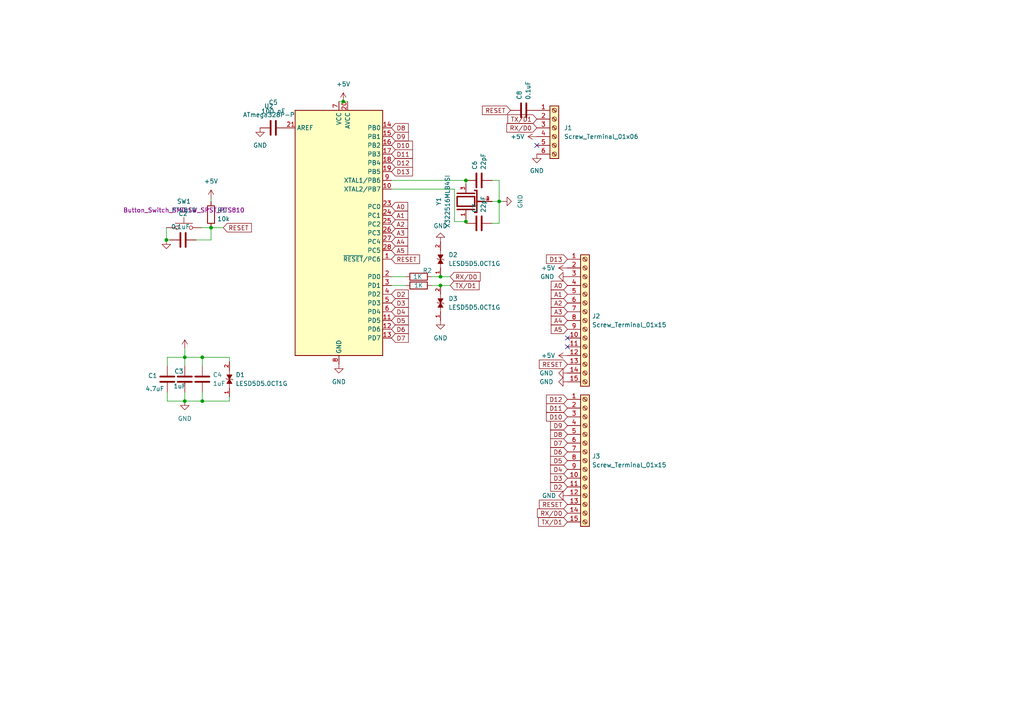
<source format=kicad_sch>
(kicad_sch
	(version 20231120)
	(generator "eeschema")
	(generator_version "8.0")
	(uuid "9ee7b9cf-b17c-4819-b63e-0e7e0770c10b")
	(paper "A4")
	(lib_symbols
		(symbol "Connector:Screw_Terminal_01x06"
			(pin_names
				(offset 1.016) hide)
			(exclude_from_sim no)
			(in_bom yes)
			(on_board yes)
			(property "Reference" "J"
				(at 0 7.62 0)
				(effects
					(font
						(size 1.27 1.27)
					)
				)
			)
			(property "Value" "Screw_Terminal_01x06"
				(at 0 -10.16 0)
				(effects
					(font
						(size 1.27 1.27)
					)
				)
			)
			(property "Footprint" ""
				(at 0 0 0)
				(effects
					(font
						(size 1.27 1.27)
					)
					(hide yes)
				)
			)
			(property "Datasheet" "~"
				(at 0 0 0)
				(effects
					(font
						(size 1.27 1.27)
					)
					(hide yes)
				)
			)
			(property "Description" "Generic screw terminal, single row, 01x06, script generated (kicad-library-utils/schlib/autogen/connector/)"
				(at 0 0 0)
				(effects
					(font
						(size 1.27 1.27)
					)
					(hide yes)
				)
			)
			(property "ki_keywords" "screw terminal"
				(at 0 0 0)
				(effects
					(font
						(size 1.27 1.27)
					)
					(hide yes)
				)
			)
			(property "ki_fp_filters" "TerminalBlock*:*"
				(at 0 0 0)
				(effects
					(font
						(size 1.27 1.27)
					)
					(hide yes)
				)
			)
			(symbol "Screw_Terminal_01x06_1_1"
				(rectangle
					(start -1.27 6.35)
					(end 1.27 -8.89)
					(stroke
						(width 0.254)
						(type default)
					)
					(fill
						(type background)
					)
				)
				(circle
					(center 0 -7.62)
					(radius 0.635)
					(stroke
						(width 0.1524)
						(type default)
					)
					(fill
						(type none)
					)
				)
				(circle
					(center 0 -5.08)
					(radius 0.635)
					(stroke
						(width 0.1524)
						(type default)
					)
					(fill
						(type none)
					)
				)
				(circle
					(center 0 -2.54)
					(radius 0.635)
					(stroke
						(width 0.1524)
						(type default)
					)
					(fill
						(type none)
					)
				)
				(polyline
					(pts
						(xy -0.5334 -7.2898) (xy 0.3302 -8.128)
					)
					(stroke
						(width 0.1524)
						(type default)
					)
					(fill
						(type none)
					)
				)
				(polyline
					(pts
						(xy -0.5334 -4.7498) (xy 0.3302 -5.588)
					)
					(stroke
						(width 0.1524)
						(type default)
					)
					(fill
						(type none)
					)
				)
				(polyline
					(pts
						(xy -0.5334 -2.2098) (xy 0.3302 -3.048)
					)
					(stroke
						(width 0.1524)
						(type default)
					)
					(fill
						(type none)
					)
				)
				(polyline
					(pts
						(xy -0.5334 0.3302) (xy 0.3302 -0.508)
					)
					(stroke
						(width 0.1524)
						(type default)
					)
					(fill
						(type none)
					)
				)
				(polyline
					(pts
						(xy -0.5334 2.8702) (xy 0.3302 2.032)
					)
					(stroke
						(width 0.1524)
						(type default)
					)
					(fill
						(type none)
					)
				)
				(polyline
					(pts
						(xy -0.5334 5.4102) (xy 0.3302 4.572)
					)
					(stroke
						(width 0.1524)
						(type default)
					)
					(fill
						(type none)
					)
				)
				(polyline
					(pts
						(xy -0.3556 -7.112) (xy 0.508 -7.9502)
					)
					(stroke
						(width 0.1524)
						(type default)
					)
					(fill
						(type none)
					)
				)
				(polyline
					(pts
						(xy -0.3556 -4.572) (xy 0.508 -5.4102)
					)
					(stroke
						(width 0.1524)
						(type default)
					)
					(fill
						(type none)
					)
				)
				(polyline
					(pts
						(xy -0.3556 -2.032) (xy 0.508 -2.8702)
					)
					(stroke
						(width 0.1524)
						(type default)
					)
					(fill
						(type none)
					)
				)
				(polyline
					(pts
						(xy -0.3556 0.508) (xy 0.508 -0.3302)
					)
					(stroke
						(width 0.1524)
						(type default)
					)
					(fill
						(type none)
					)
				)
				(polyline
					(pts
						(xy -0.3556 3.048) (xy 0.508 2.2098)
					)
					(stroke
						(width 0.1524)
						(type default)
					)
					(fill
						(type none)
					)
				)
				(polyline
					(pts
						(xy -0.3556 5.588) (xy 0.508 4.7498)
					)
					(stroke
						(width 0.1524)
						(type default)
					)
					(fill
						(type none)
					)
				)
				(circle
					(center 0 0)
					(radius 0.635)
					(stroke
						(width 0.1524)
						(type default)
					)
					(fill
						(type none)
					)
				)
				(circle
					(center 0 2.54)
					(radius 0.635)
					(stroke
						(width 0.1524)
						(type default)
					)
					(fill
						(type none)
					)
				)
				(circle
					(center 0 5.08)
					(radius 0.635)
					(stroke
						(width 0.1524)
						(type default)
					)
					(fill
						(type none)
					)
				)
				(pin passive line
					(at -5.08 5.08 0)
					(length 3.81)
					(name "Pin_1"
						(effects
							(font
								(size 1.27 1.27)
							)
						)
					)
					(number "1"
						(effects
							(font
								(size 1.27 1.27)
							)
						)
					)
				)
				(pin passive line
					(at -5.08 2.54 0)
					(length 3.81)
					(name "Pin_2"
						(effects
							(font
								(size 1.27 1.27)
							)
						)
					)
					(number "2"
						(effects
							(font
								(size 1.27 1.27)
							)
						)
					)
				)
				(pin passive line
					(at -5.08 0 0)
					(length 3.81)
					(name "Pin_3"
						(effects
							(font
								(size 1.27 1.27)
							)
						)
					)
					(number "3"
						(effects
							(font
								(size 1.27 1.27)
							)
						)
					)
				)
				(pin passive line
					(at -5.08 -2.54 0)
					(length 3.81)
					(name "Pin_4"
						(effects
							(font
								(size 1.27 1.27)
							)
						)
					)
					(number "4"
						(effects
							(font
								(size 1.27 1.27)
							)
						)
					)
				)
				(pin passive line
					(at -5.08 -5.08 0)
					(length 3.81)
					(name "Pin_5"
						(effects
							(font
								(size 1.27 1.27)
							)
						)
					)
					(number "5"
						(effects
							(font
								(size 1.27 1.27)
							)
						)
					)
				)
				(pin passive line
					(at -5.08 -7.62 0)
					(length 3.81)
					(name "Pin_6"
						(effects
							(font
								(size 1.27 1.27)
							)
						)
					)
					(number "6"
						(effects
							(font
								(size 1.27 1.27)
							)
						)
					)
				)
			)
		)
		(symbol "Connector:Screw_Terminal_01x15"
			(pin_names
				(offset 1.016) hide)
			(exclude_from_sim no)
			(in_bom yes)
			(on_board yes)
			(property "Reference" "J"
				(at 0 20.32 0)
				(effects
					(font
						(size 1.27 1.27)
					)
				)
			)
			(property "Value" "Screw_Terminal_01x15"
				(at 0 -20.32 0)
				(effects
					(font
						(size 1.27 1.27)
					)
				)
			)
			(property "Footprint" ""
				(at 0 0 0)
				(effects
					(font
						(size 1.27 1.27)
					)
					(hide yes)
				)
			)
			(property "Datasheet" "~"
				(at 0 0 0)
				(effects
					(font
						(size 1.27 1.27)
					)
					(hide yes)
				)
			)
			(property "Description" "Generic screw terminal, single row, 01x15, script generated (kicad-library-utils/schlib/autogen/connector/)"
				(at 0 0 0)
				(effects
					(font
						(size 1.27 1.27)
					)
					(hide yes)
				)
			)
			(property "ki_keywords" "screw terminal"
				(at 0 0 0)
				(effects
					(font
						(size 1.27 1.27)
					)
					(hide yes)
				)
			)
			(property "ki_fp_filters" "TerminalBlock*:*"
				(at 0 0 0)
				(effects
					(font
						(size 1.27 1.27)
					)
					(hide yes)
				)
			)
			(symbol "Screw_Terminal_01x15_1_1"
				(rectangle
					(start -1.27 19.05)
					(end 1.27 -19.05)
					(stroke
						(width 0.254)
						(type default)
					)
					(fill
						(type background)
					)
				)
				(circle
					(center 0 -17.78)
					(radius 0.635)
					(stroke
						(width 0.1524)
						(type default)
					)
					(fill
						(type none)
					)
				)
				(circle
					(center 0 -15.24)
					(radius 0.635)
					(stroke
						(width 0.1524)
						(type default)
					)
					(fill
						(type none)
					)
				)
				(circle
					(center 0 -12.7)
					(radius 0.635)
					(stroke
						(width 0.1524)
						(type default)
					)
					(fill
						(type none)
					)
				)
				(circle
					(center 0 -10.16)
					(radius 0.635)
					(stroke
						(width 0.1524)
						(type default)
					)
					(fill
						(type none)
					)
				)
				(circle
					(center 0 -7.62)
					(radius 0.635)
					(stroke
						(width 0.1524)
						(type default)
					)
					(fill
						(type none)
					)
				)
				(circle
					(center 0 -5.08)
					(radius 0.635)
					(stroke
						(width 0.1524)
						(type default)
					)
					(fill
						(type none)
					)
				)
				(circle
					(center 0 -2.54)
					(radius 0.635)
					(stroke
						(width 0.1524)
						(type default)
					)
					(fill
						(type none)
					)
				)
				(polyline
					(pts
						(xy -0.5334 -17.4498) (xy 0.3302 -18.288)
					)
					(stroke
						(width 0.1524)
						(type default)
					)
					(fill
						(type none)
					)
				)
				(polyline
					(pts
						(xy -0.5334 -14.9098) (xy 0.3302 -15.748)
					)
					(stroke
						(width 0.1524)
						(type default)
					)
					(fill
						(type none)
					)
				)
				(polyline
					(pts
						(xy -0.5334 -12.3698) (xy 0.3302 -13.208)
					)
					(stroke
						(width 0.1524)
						(type default)
					)
					(fill
						(type none)
					)
				)
				(polyline
					(pts
						(xy -0.5334 -9.8298) (xy 0.3302 -10.668)
					)
					(stroke
						(width 0.1524)
						(type default)
					)
					(fill
						(type none)
					)
				)
				(polyline
					(pts
						(xy -0.5334 -7.2898) (xy 0.3302 -8.128)
					)
					(stroke
						(width 0.1524)
						(type default)
					)
					(fill
						(type none)
					)
				)
				(polyline
					(pts
						(xy -0.5334 -4.7498) (xy 0.3302 -5.588)
					)
					(stroke
						(width 0.1524)
						(type default)
					)
					(fill
						(type none)
					)
				)
				(polyline
					(pts
						(xy -0.5334 -2.2098) (xy 0.3302 -3.048)
					)
					(stroke
						(width 0.1524)
						(type default)
					)
					(fill
						(type none)
					)
				)
				(polyline
					(pts
						(xy -0.5334 0.3302) (xy 0.3302 -0.508)
					)
					(stroke
						(width 0.1524)
						(type default)
					)
					(fill
						(type none)
					)
				)
				(polyline
					(pts
						(xy -0.5334 2.8702) (xy 0.3302 2.032)
					)
					(stroke
						(width 0.1524)
						(type default)
					)
					(fill
						(type none)
					)
				)
				(polyline
					(pts
						(xy -0.5334 5.4102) (xy 0.3302 4.572)
					)
					(stroke
						(width 0.1524)
						(type default)
					)
					(fill
						(type none)
					)
				)
				(polyline
					(pts
						(xy -0.5334 7.9502) (xy 0.3302 7.112)
					)
					(stroke
						(width 0.1524)
						(type default)
					)
					(fill
						(type none)
					)
				)
				(polyline
					(pts
						(xy -0.5334 10.4902) (xy 0.3302 9.652)
					)
					(stroke
						(width 0.1524)
						(type default)
					)
					(fill
						(type none)
					)
				)
				(polyline
					(pts
						(xy -0.5334 13.0302) (xy 0.3302 12.192)
					)
					(stroke
						(width 0.1524)
						(type default)
					)
					(fill
						(type none)
					)
				)
				(polyline
					(pts
						(xy -0.5334 15.5702) (xy 0.3302 14.732)
					)
					(stroke
						(width 0.1524)
						(type default)
					)
					(fill
						(type none)
					)
				)
				(polyline
					(pts
						(xy -0.5334 18.1102) (xy 0.3302 17.272)
					)
					(stroke
						(width 0.1524)
						(type default)
					)
					(fill
						(type none)
					)
				)
				(polyline
					(pts
						(xy -0.3556 -17.272) (xy 0.508 -18.1102)
					)
					(stroke
						(width 0.1524)
						(type default)
					)
					(fill
						(type none)
					)
				)
				(polyline
					(pts
						(xy -0.3556 -14.732) (xy 0.508 -15.5702)
					)
					(stroke
						(width 0.1524)
						(type default)
					)
					(fill
						(type none)
					)
				)
				(polyline
					(pts
						(xy -0.3556 -12.192) (xy 0.508 -13.0302)
					)
					(stroke
						(width 0.1524)
						(type default)
					)
					(fill
						(type none)
					)
				)
				(polyline
					(pts
						(xy -0.3556 -9.652) (xy 0.508 -10.4902)
					)
					(stroke
						(width 0.1524)
						(type default)
					)
					(fill
						(type none)
					)
				)
				(polyline
					(pts
						(xy -0.3556 -7.112) (xy 0.508 -7.9502)
					)
					(stroke
						(width 0.1524)
						(type default)
					)
					(fill
						(type none)
					)
				)
				(polyline
					(pts
						(xy -0.3556 -4.572) (xy 0.508 -5.4102)
					)
					(stroke
						(width 0.1524)
						(type default)
					)
					(fill
						(type none)
					)
				)
				(polyline
					(pts
						(xy -0.3556 -2.032) (xy 0.508 -2.8702)
					)
					(stroke
						(width 0.1524)
						(type default)
					)
					(fill
						(type none)
					)
				)
				(polyline
					(pts
						(xy -0.3556 0.508) (xy 0.508 -0.3302)
					)
					(stroke
						(width 0.1524)
						(type default)
					)
					(fill
						(type none)
					)
				)
				(polyline
					(pts
						(xy -0.3556 3.048) (xy 0.508 2.2098)
					)
					(stroke
						(width 0.1524)
						(type default)
					)
					(fill
						(type none)
					)
				)
				(polyline
					(pts
						(xy -0.3556 5.588) (xy 0.508 4.7498)
					)
					(stroke
						(width 0.1524)
						(type default)
					)
					(fill
						(type none)
					)
				)
				(polyline
					(pts
						(xy -0.3556 8.128) (xy 0.508 7.2898)
					)
					(stroke
						(width 0.1524)
						(type default)
					)
					(fill
						(type none)
					)
				)
				(polyline
					(pts
						(xy -0.3556 10.668) (xy 0.508 9.8298)
					)
					(stroke
						(width 0.1524)
						(type default)
					)
					(fill
						(type none)
					)
				)
				(polyline
					(pts
						(xy -0.3556 13.208) (xy 0.508 12.3698)
					)
					(stroke
						(width 0.1524)
						(type default)
					)
					(fill
						(type none)
					)
				)
				(polyline
					(pts
						(xy -0.3556 15.748) (xy 0.508 14.9098)
					)
					(stroke
						(width 0.1524)
						(type default)
					)
					(fill
						(type none)
					)
				)
				(polyline
					(pts
						(xy -0.3556 18.288) (xy 0.508 17.4498)
					)
					(stroke
						(width 0.1524)
						(type default)
					)
					(fill
						(type none)
					)
				)
				(circle
					(center 0 0)
					(radius 0.635)
					(stroke
						(width 0.1524)
						(type default)
					)
					(fill
						(type none)
					)
				)
				(circle
					(center 0 2.54)
					(radius 0.635)
					(stroke
						(width 0.1524)
						(type default)
					)
					(fill
						(type none)
					)
				)
				(circle
					(center 0 5.08)
					(radius 0.635)
					(stroke
						(width 0.1524)
						(type default)
					)
					(fill
						(type none)
					)
				)
				(circle
					(center 0 7.62)
					(radius 0.635)
					(stroke
						(width 0.1524)
						(type default)
					)
					(fill
						(type none)
					)
				)
				(circle
					(center 0 10.16)
					(radius 0.635)
					(stroke
						(width 0.1524)
						(type default)
					)
					(fill
						(type none)
					)
				)
				(circle
					(center 0 12.7)
					(radius 0.635)
					(stroke
						(width 0.1524)
						(type default)
					)
					(fill
						(type none)
					)
				)
				(circle
					(center 0 15.24)
					(radius 0.635)
					(stroke
						(width 0.1524)
						(type default)
					)
					(fill
						(type none)
					)
				)
				(circle
					(center 0 17.78)
					(radius 0.635)
					(stroke
						(width 0.1524)
						(type default)
					)
					(fill
						(type none)
					)
				)
				(pin passive line
					(at -5.08 17.78 0)
					(length 3.81)
					(name "Pin_1"
						(effects
							(font
								(size 1.27 1.27)
							)
						)
					)
					(number "1"
						(effects
							(font
								(size 1.27 1.27)
							)
						)
					)
				)
				(pin passive line
					(at -5.08 -5.08 0)
					(length 3.81)
					(name "Pin_10"
						(effects
							(font
								(size 1.27 1.27)
							)
						)
					)
					(number "10"
						(effects
							(font
								(size 1.27 1.27)
							)
						)
					)
				)
				(pin passive line
					(at -5.08 -7.62 0)
					(length 3.81)
					(name "Pin_11"
						(effects
							(font
								(size 1.27 1.27)
							)
						)
					)
					(number "11"
						(effects
							(font
								(size 1.27 1.27)
							)
						)
					)
				)
				(pin passive line
					(at -5.08 -10.16 0)
					(length 3.81)
					(name "Pin_12"
						(effects
							(font
								(size 1.27 1.27)
							)
						)
					)
					(number "12"
						(effects
							(font
								(size 1.27 1.27)
							)
						)
					)
				)
				(pin passive line
					(at -5.08 -12.7 0)
					(length 3.81)
					(name "Pin_13"
						(effects
							(font
								(size 1.27 1.27)
							)
						)
					)
					(number "13"
						(effects
							(font
								(size 1.27 1.27)
							)
						)
					)
				)
				(pin passive line
					(at -5.08 -15.24 0)
					(length 3.81)
					(name "Pin_14"
						(effects
							(font
								(size 1.27 1.27)
							)
						)
					)
					(number "14"
						(effects
							(font
								(size 1.27 1.27)
							)
						)
					)
				)
				(pin passive line
					(at -5.08 -17.78 0)
					(length 3.81)
					(name "Pin_15"
						(effects
							(font
								(size 1.27 1.27)
							)
						)
					)
					(number "15"
						(effects
							(font
								(size 1.27 1.27)
							)
						)
					)
				)
				(pin passive line
					(at -5.08 15.24 0)
					(length 3.81)
					(name "Pin_2"
						(effects
							(font
								(size 1.27 1.27)
							)
						)
					)
					(number "2"
						(effects
							(font
								(size 1.27 1.27)
							)
						)
					)
				)
				(pin passive line
					(at -5.08 12.7 0)
					(length 3.81)
					(name "Pin_3"
						(effects
							(font
								(size 1.27 1.27)
							)
						)
					)
					(number "3"
						(effects
							(font
								(size 1.27 1.27)
							)
						)
					)
				)
				(pin passive line
					(at -5.08 10.16 0)
					(length 3.81)
					(name "Pin_4"
						(effects
							(font
								(size 1.27 1.27)
							)
						)
					)
					(number "4"
						(effects
							(font
								(size 1.27 1.27)
							)
						)
					)
				)
				(pin passive line
					(at -5.08 7.62 0)
					(length 3.81)
					(name "Pin_5"
						(effects
							(font
								(size 1.27 1.27)
							)
						)
					)
					(number "5"
						(effects
							(font
								(size 1.27 1.27)
							)
						)
					)
				)
				(pin passive line
					(at -5.08 5.08 0)
					(length 3.81)
					(name "Pin_6"
						(effects
							(font
								(size 1.27 1.27)
							)
						)
					)
					(number "6"
						(effects
							(font
								(size 1.27 1.27)
							)
						)
					)
				)
				(pin passive line
					(at -5.08 2.54 0)
					(length 3.81)
					(name "Pin_7"
						(effects
							(font
								(size 1.27 1.27)
							)
						)
					)
					(number "7"
						(effects
							(font
								(size 1.27 1.27)
							)
						)
					)
				)
				(pin passive line
					(at -5.08 0 0)
					(length 3.81)
					(name "Pin_8"
						(effects
							(font
								(size 1.27 1.27)
							)
						)
					)
					(number "8"
						(effects
							(font
								(size 1.27 1.27)
							)
						)
					)
				)
				(pin passive line
					(at -5.08 -2.54 0)
					(length 3.81)
					(name "Pin_9"
						(effects
							(font
								(size 1.27 1.27)
							)
						)
					)
					(number "9"
						(effects
							(font
								(size 1.27 1.27)
							)
						)
					)
				)
			)
		)
		(symbol "Device:C"
			(pin_numbers hide)
			(pin_names
				(offset 0.254)
			)
			(exclude_from_sim no)
			(in_bom yes)
			(on_board yes)
			(property "Reference" "C"
				(at 0.635 2.54 0)
				(effects
					(font
						(size 1.27 1.27)
					)
					(justify left)
				)
			)
			(property "Value" "C"
				(at 0.635 -2.54 0)
				(effects
					(font
						(size 1.27 1.27)
					)
					(justify left)
				)
			)
			(property "Footprint" ""
				(at 0.9652 -3.81 0)
				(effects
					(font
						(size 1.27 1.27)
					)
					(hide yes)
				)
			)
			(property "Datasheet" "~"
				(at 0 0 0)
				(effects
					(font
						(size 1.27 1.27)
					)
					(hide yes)
				)
			)
			(property "Description" "Unpolarized capacitor"
				(at 0 0 0)
				(effects
					(font
						(size 1.27 1.27)
					)
					(hide yes)
				)
			)
			(property "ki_keywords" "cap capacitor"
				(at 0 0 0)
				(effects
					(font
						(size 1.27 1.27)
					)
					(hide yes)
				)
			)
			(property "ki_fp_filters" "C_*"
				(at 0 0 0)
				(effects
					(font
						(size 1.27 1.27)
					)
					(hide yes)
				)
			)
			(symbol "C_0_1"
				(polyline
					(pts
						(xy -2.032 -0.762) (xy 2.032 -0.762)
					)
					(stroke
						(width 0.508)
						(type default)
					)
					(fill
						(type none)
					)
				)
				(polyline
					(pts
						(xy -2.032 0.762) (xy 2.032 0.762)
					)
					(stroke
						(width 0.508)
						(type default)
					)
					(fill
						(type none)
					)
				)
			)
			(symbol "C_1_1"
				(pin passive line
					(at 0 3.81 270)
					(length 2.794)
					(name "~"
						(effects
							(font
								(size 1.27 1.27)
							)
						)
					)
					(number "1"
						(effects
							(font
								(size 1.27 1.27)
							)
						)
					)
				)
				(pin passive line
					(at 0 -3.81 90)
					(length 2.794)
					(name "~"
						(effects
							(font
								(size 1.27 1.27)
							)
						)
					)
					(number "2"
						(effects
							(font
								(size 1.27 1.27)
							)
						)
					)
				)
			)
		)
		(symbol "Device:R"
			(pin_numbers hide)
			(pin_names
				(offset 0)
			)
			(exclude_from_sim no)
			(in_bom yes)
			(on_board yes)
			(property "Reference" "R"
				(at 2.032 0 90)
				(effects
					(font
						(size 1.27 1.27)
					)
				)
			)
			(property "Value" "R"
				(at 0 0 90)
				(effects
					(font
						(size 1.27 1.27)
					)
				)
			)
			(property "Footprint" ""
				(at -1.778 0 90)
				(effects
					(font
						(size 1.27 1.27)
					)
					(hide yes)
				)
			)
			(property "Datasheet" "~"
				(at 0 0 0)
				(effects
					(font
						(size 1.27 1.27)
					)
					(hide yes)
				)
			)
			(property "Description" "Resistor"
				(at 0 0 0)
				(effects
					(font
						(size 1.27 1.27)
					)
					(hide yes)
				)
			)
			(property "ki_keywords" "R res resistor"
				(at 0 0 0)
				(effects
					(font
						(size 1.27 1.27)
					)
					(hide yes)
				)
			)
			(property "ki_fp_filters" "R_*"
				(at 0 0 0)
				(effects
					(font
						(size 1.27 1.27)
					)
					(hide yes)
				)
			)
			(symbol "R_0_1"
				(rectangle
					(start -1.016 -2.54)
					(end 1.016 2.54)
					(stroke
						(width 0.254)
						(type default)
					)
					(fill
						(type none)
					)
				)
			)
			(symbol "R_1_1"
				(pin passive line
					(at 0 3.81 270)
					(length 1.27)
					(name "~"
						(effects
							(font
								(size 1.27 1.27)
							)
						)
					)
					(number "1"
						(effects
							(font
								(size 1.27 1.27)
							)
						)
					)
				)
				(pin passive line
					(at 0 -3.81 90)
					(length 1.27)
					(name "~"
						(effects
							(font
								(size 1.27 1.27)
							)
						)
					)
					(number "2"
						(effects
							(font
								(size 1.27 1.27)
							)
						)
					)
				)
			)
		)
		(symbol "LESD5D5.0CT1G:LESD5D5.0CT1G"
			(pin_names
				(offset 1.016)
			)
			(exclude_from_sim no)
			(in_bom yes)
			(on_board yes)
			(property "Reference" "D"
				(at -5.08 2.54 0)
				(effects
					(font
						(size 1.27 1.27)
					)
					(justify left bottom)
				)
			)
			(property "Value" "LESD5D5.0CT1G"
				(at -5.08 -5.08 0)
				(effects
					(font
						(size 1.27 1.27)
					)
					(justify left bottom)
				)
			)
			(property "Footprint" "LESD5D5.0CT1G:TVS_LESD5D5.0CT1G"
				(at 0 0 0)
				(effects
					(font
						(size 1.27 1.27)
					)
					(justify bottom)
					(hide yes)
				)
			)
			(property "Datasheet" ""
				(at 0 0 0)
				(effects
					(font
						(size 1.27 1.27)
					)
					(hide yes)
				)
			)
			(property "Description" "\nTransient Voltage Suppressors for ESD Protection\n"
				(at 0 0 0)
				(effects
					(font
						(size 1.27 1.27)
					)
					(justify bottom)
					(hide yes)
				)
			)
			(property "MF" "Leshan Radio Co."
				(at 0 0 0)
				(effects
					(font
						(size 1.27 1.27)
					)
					(justify bottom)
					(hide yes)
				)
			)
			(property "MAXIMUM_PACKAGE_HEIGHT" "0.7 mm"
				(at 0 0 0)
				(effects
					(font
						(size 1.27 1.27)
					)
					(justify bottom)
					(hide yes)
				)
			)
			(property "Package" "None"
				(at 0 0 0)
				(effects
					(font
						(size 1.27 1.27)
					)
					(justify bottom)
					(hide yes)
				)
			)
			(property "Price" "None"
				(at 0 0 0)
				(effects
					(font
						(size 1.27 1.27)
					)
					(justify bottom)
					(hide yes)
				)
			)
			(property "Check_prices" "https://www.snapeda.com/parts/LESD5D5.0CT1G/Leshan+Radio+Co./view-part/?ref=eda"
				(at 0 0 0)
				(effects
					(font
						(size 1.27 1.27)
					)
					(justify bottom)
					(hide yes)
				)
			)
			(property "STANDARD" "Manufacturer Recommendations"
				(at 0 0 0)
				(effects
					(font
						(size 1.27 1.27)
					)
					(justify bottom)
					(hide yes)
				)
			)
			(property "PARTREV" "O"
				(at 0 0 0)
				(effects
					(font
						(size 1.27 1.27)
					)
					(justify bottom)
					(hide yes)
				)
			)
			(property "SnapEDA_Link" "https://www.snapeda.com/parts/LESD5D5.0CT1G/Leshan+Radio+Co./view-part/?ref=snap"
				(at 0 0 0)
				(effects
					(font
						(size 1.27 1.27)
					)
					(justify bottom)
					(hide yes)
				)
			)
			(property "MP" "LESD5D5.0CT1G"
				(at 0 0 0)
				(effects
					(font
						(size 1.27 1.27)
					)
					(justify bottom)
					(hide yes)
				)
			)
			(property "Availability" "Not in stock"
				(at 0 0 0)
				(effects
					(font
						(size 1.27 1.27)
					)
					(justify bottom)
					(hide yes)
				)
			)
			(property "MANUFACTURER" "LRC"
				(at 0 0 0)
				(effects
					(font
						(size 1.27 1.27)
					)
					(justify bottom)
					(hide yes)
				)
			)
			(symbol "LESD5D5.0CT1G_0_0"
				(polyline
					(pts
						(xy -1.27 0) (xy -2.54 0)
					)
					(stroke
						(width 0.1524)
						(type default)
					)
					(fill
						(type none)
					)
				)
				(polyline
					(pts
						(xy 0 -0.762) (xy -0.254 -1.016)
					)
					(stroke
						(width 0.1524)
						(type default)
					)
					(fill
						(type none)
					)
				)
				(polyline
					(pts
						(xy 0 -0.762) (xy 0 0.762)
					)
					(stroke
						(width 0.1524)
						(type default)
					)
					(fill
						(type none)
					)
				)
				(polyline
					(pts
						(xy 0 0.762) (xy 0.254 1.016)
					)
					(stroke
						(width 0.1524)
						(type default)
					)
					(fill
						(type none)
					)
				)
				(polyline
					(pts
						(xy 1.27 0) (xy 2.54 0)
					)
					(stroke
						(width 0.1524)
						(type default)
					)
					(fill
						(type none)
					)
				)
				(polyline
					(pts
						(xy 0 0) (xy -1.27 -0.762) (xy -1.27 0.762) (xy 0 0)
					)
					(stroke
						(width 0.1524)
						(type default)
					)
					(fill
						(type outline)
					)
				)
				(polyline
					(pts
						(xy 0 0) (xy 1.27 0.762) (xy 1.27 -0.762) (xy 0 0)
					)
					(stroke
						(width 0.1524)
						(type default)
					)
					(fill
						(type outline)
					)
				)
				(pin passive line
					(at -5.08 0 0)
					(length 2.54)
					(name "~"
						(effects
							(font
								(size 1.016 1.016)
							)
						)
					)
					(number "1"
						(effects
							(font
								(size 1.016 1.016)
							)
						)
					)
				)
				(pin passive line
					(at 5.08 0 180)
					(length 2.54)
					(name "~"
						(effects
							(font
								(size 1.016 1.016)
							)
						)
					)
					(number "2"
						(effects
							(font
								(size 1.016 1.016)
							)
						)
					)
				)
			)
		)
		(symbol "MCU_Microchip_ATmega:ATmega328P-P"
			(exclude_from_sim no)
			(in_bom yes)
			(on_board yes)
			(property "Reference" "U"
				(at -12.7 36.83 0)
				(effects
					(font
						(size 1.27 1.27)
					)
					(justify left bottom)
				)
			)
			(property "Value" "ATmega328P-P"
				(at 2.54 -36.83 0)
				(effects
					(font
						(size 1.27 1.27)
					)
					(justify left top)
				)
			)
			(property "Footprint" "Package_DIP:DIP-28_W7.62mm"
				(at 0 0 0)
				(effects
					(font
						(size 1.27 1.27)
						(italic yes)
					)
					(hide yes)
				)
			)
			(property "Datasheet" "http://ww1.microchip.com/downloads/en/DeviceDoc/ATmega328_P%20AVR%20MCU%20with%20picoPower%20Technology%20Data%20Sheet%2040001984A.pdf"
				(at 0 0 0)
				(effects
					(font
						(size 1.27 1.27)
					)
					(hide yes)
				)
			)
			(property "Description" "20MHz, 32kB Flash, 2kB SRAM, 1kB EEPROM, DIP-28"
				(at 0 0 0)
				(effects
					(font
						(size 1.27 1.27)
					)
					(hide yes)
				)
			)
			(property "ki_keywords" "AVR 8bit Microcontroller MegaAVR PicoPower"
				(at 0 0 0)
				(effects
					(font
						(size 1.27 1.27)
					)
					(hide yes)
				)
			)
			(property "ki_fp_filters" "DIP*W7.62mm*"
				(at 0 0 0)
				(effects
					(font
						(size 1.27 1.27)
					)
					(hide yes)
				)
			)
			(symbol "ATmega328P-P_0_1"
				(rectangle
					(start -12.7 -35.56)
					(end 12.7 35.56)
					(stroke
						(width 0.254)
						(type default)
					)
					(fill
						(type background)
					)
				)
			)
			(symbol "ATmega328P-P_1_1"
				(pin bidirectional line
					(at 15.24 -7.62 180)
					(length 2.54)
					(name "~{RESET}/PC6"
						(effects
							(font
								(size 1.27 1.27)
							)
						)
					)
					(number "1"
						(effects
							(font
								(size 1.27 1.27)
							)
						)
					)
				)
				(pin bidirectional line
					(at 15.24 12.7 180)
					(length 2.54)
					(name "XTAL2/PB7"
						(effects
							(font
								(size 1.27 1.27)
							)
						)
					)
					(number "10"
						(effects
							(font
								(size 1.27 1.27)
							)
						)
					)
				)
				(pin bidirectional line
					(at 15.24 -25.4 180)
					(length 2.54)
					(name "PD5"
						(effects
							(font
								(size 1.27 1.27)
							)
						)
					)
					(number "11"
						(effects
							(font
								(size 1.27 1.27)
							)
						)
					)
				)
				(pin bidirectional line
					(at 15.24 -27.94 180)
					(length 2.54)
					(name "PD6"
						(effects
							(font
								(size 1.27 1.27)
							)
						)
					)
					(number "12"
						(effects
							(font
								(size 1.27 1.27)
							)
						)
					)
				)
				(pin bidirectional line
					(at 15.24 -30.48 180)
					(length 2.54)
					(name "PD7"
						(effects
							(font
								(size 1.27 1.27)
							)
						)
					)
					(number "13"
						(effects
							(font
								(size 1.27 1.27)
							)
						)
					)
				)
				(pin bidirectional line
					(at 15.24 30.48 180)
					(length 2.54)
					(name "PB0"
						(effects
							(font
								(size 1.27 1.27)
							)
						)
					)
					(number "14"
						(effects
							(font
								(size 1.27 1.27)
							)
						)
					)
				)
				(pin bidirectional line
					(at 15.24 27.94 180)
					(length 2.54)
					(name "PB1"
						(effects
							(font
								(size 1.27 1.27)
							)
						)
					)
					(number "15"
						(effects
							(font
								(size 1.27 1.27)
							)
						)
					)
				)
				(pin bidirectional line
					(at 15.24 25.4 180)
					(length 2.54)
					(name "PB2"
						(effects
							(font
								(size 1.27 1.27)
							)
						)
					)
					(number "16"
						(effects
							(font
								(size 1.27 1.27)
							)
						)
					)
				)
				(pin bidirectional line
					(at 15.24 22.86 180)
					(length 2.54)
					(name "PB3"
						(effects
							(font
								(size 1.27 1.27)
							)
						)
					)
					(number "17"
						(effects
							(font
								(size 1.27 1.27)
							)
						)
					)
				)
				(pin bidirectional line
					(at 15.24 20.32 180)
					(length 2.54)
					(name "PB4"
						(effects
							(font
								(size 1.27 1.27)
							)
						)
					)
					(number "18"
						(effects
							(font
								(size 1.27 1.27)
							)
						)
					)
				)
				(pin bidirectional line
					(at 15.24 17.78 180)
					(length 2.54)
					(name "PB5"
						(effects
							(font
								(size 1.27 1.27)
							)
						)
					)
					(number "19"
						(effects
							(font
								(size 1.27 1.27)
							)
						)
					)
				)
				(pin bidirectional line
					(at 15.24 -12.7 180)
					(length 2.54)
					(name "PD0"
						(effects
							(font
								(size 1.27 1.27)
							)
						)
					)
					(number "2"
						(effects
							(font
								(size 1.27 1.27)
							)
						)
					)
				)
				(pin power_in line
					(at 2.54 38.1 270)
					(length 2.54)
					(name "AVCC"
						(effects
							(font
								(size 1.27 1.27)
							)
						)
					)
					(number "20"
						(effects
							(font
								(size 1.27 1.27)
							)
						)
					)
				)
				(pin passive line
					(at -15.24 30.48 0)
					(length 2.54)
					(name "AREF"
						(effects
							(font
								(size 1.27 1.27)
							)
						)
					)
					(number "21"
						(effects
							(font
								(size 1.27 1.27)
							)
						)
					)
				)
				(pin passive line
					(at 0 -38.1 90)
					(length 2.54) hide
					(name "GND"
						(effects
							(font
								(size 1.27 1.27)
							)
						)
					)
					(number "22"
						(effects
							(font
								(size 1.27 1.27)
							)
						)
					)
				)
				(pin bidirectional line
					(at 15.24 7.62 180)
					(length 2.54)
					(name "PC0"
						(effects
							(font
								(size 1.27 1.27)
							)
						)
					)
					(number "23"
						(effects
							(font
								(size 1.27 1.27)
							)
						)
					)
				)
				(pin bidirectional line
					(at 15.24 5.08 180)
					(length 2.54)
					(name "PC1"
						(effects
							(font
								(size 1.27 1.27)
							)
						)
					)
					(number "24"
						(effects
							(font
								(size 1.27 1.27)
							)
						)
					)
				)
				(pin bidirectional line
					(at 15.24 2.54 180)
					(length 2.54)
					(name "PC2"
						(effects
							(font
								(size 1.27 1.27)
							)
						)
					)
					(number "25"
						(effects
							(font
								(size 1.27 1.27)
							)
						)
					)
				)
				(pin bidirectional line
					(at 15.24 0 180)
					(length 2.54)
					(name "PC3"
						(effects
							(font
								(size 1.27 1.27)
							)
						)
					)
					(number "26"
						(effects
							(font
								(size 1.27 1.27)
							)
						)
					)
				)
				(pin bidirectional line
					(at 15.24 -2.54 180)
					(length 2.54)
					(name "PC4"
						(effects
							(font
								(size 1.27 1.27)
							)
						)
					)
					(number "27"
						(effects
							(font
								(size 1.27 1.27)
							)
						)
					)
				)
				(pin bidirectional line
					(at 15.24 -5.08 180)
					(length 2.54)
					(name "PC5"
						(effects
							(font
								(size 1.27 1.27)
							)
						)
					)
					(number "28"
						(effects
							(font
								(size 1.27 1.27)
							)
						)
					)
				)
				(pin bidirectional line
					(at 15.24 -15.24 180)
					(length 2.54)
					(name "PD1"
						(effects
							(font
								(size 1.27 1.27)
							)
						)
					)
					(number "3"
						(effects
							(font
								(size 1.27 1.27)
							)
						)
					)
				)
				(pin bidirectional line
					(at 15.24 -17.78 180)
					(length 2.54)
					(name "PD2"
						(effects
							(font
								(size 1.27 1.27)
							)
						)
					)
					(number "4"
						(effects
							(font
								(size 1.27 1.27)
							)
						)
					)
				)
				(pin bidirectional line
					(at 15.24 -20.32 180)
					(length 2.54)
					(name "PD3"
						(effects
							(font
								(size 1.27 1.27)
							)
						)
					)
					(number "5"
						(effects
							(font
								(size 1.27 1.27)
							)
						)
					)
				)
				(pin bidirectional line
					(at 15.24 -22.86 180)
					(length 2.54)
					(name "PD4"
						(effects
							(font
								(size 1.27 1.27)
							)
						)
					)
					(number "6"
						(effects
							(font
								(size 1.27 1.27)
							)
						)
					)
				)
				(pin power_in line
					(at 0 38.1 270)
					(length 2.54)
					(name "VCC"
						(effects
							(font
								(size 1.27 1.27)
							)
						)
					)
					(number "7"
						(effects
							(font
								(size 1.27 1.27)
							)
						)
					)
				)
				(pin power_in line
					(at 0 -38.1 90)
					(length 2.54)
					(name "GND"
						(effects
							(font
								(size 1.27 1.27)
							)
						)
					)
					(number "8"
						(effects
							(font
								(size 1.27 1.27)
							)
						)
					)
				)
				(pin bidirectional line
					(at 15.24 15.24 180)
					(length 2.54)
					(name "XTAL1/PB6"
						(effects
							(font
								(size 1.27 1.27)
							)
						)
					)
					(number "9"
						(effects
							(font
								(size 1.27 1.27)
							)
						)
					)
				)
			)
		)
		(symbol "Switch:SW_Omron_B3FS"
			(pin_numbers hide)
			(pin_names
				(offset 1.016) hide)
			(exclude_from_sim no)
			(in_bom yes)
			(on_board yes)
			(property "Reference" "SW"
				(at 1.27 2.54 0)
				(effects
					(font
						(size 1.27 1.27)
					)
					(justify left)
				)
			)
			(property "Value" "SW_Omron_B3FS"
				(at 0 -1.524 0)
				(effects
					(font
						(size 1.27 1.27)
					)
				)
			)
			(property "Footprint" ""
				(at 0 5.08 0)
				(effects
					(font
						(size 1.27 1.27)
					)
					(hide yes)
				)
			)
			(property "Datasheet" "https://omronfs.omron.com/en_US/ecb/products/pdf/en-b3fs.pdf"
				(at 0 5.08 0)
				(effects
					(font
						(size 1.27 1.27)
					)
					(hide yes)
				)
			)
			(property "Description" "Omron B3FS 6x6mm single pole normally-open tactile switch"
				(at 0 0 0)
				(effects
					(font
						(size 1.27 1.27)
					)
					(hide yes)
				)
			)
			(property "ki_keywords" "switch normally-open pushbutton push-button"
				(at 0 0 0)
				(effects
					(font
						(size 1.27 1.27)
					)
					(hide yes)
				)
			)
			(property "ki_fp_filters" "SW*Omron*B3FS*"
				(at 0 0 0)
				(effects
					(font
						(size 1.27 1.27)
					)
					(hide yes)
				)
			)
			(symbol "SW_Omron_B3FS_0_1"
				(circle
					(center -2.032 0)
					(radius 0.508)
					(stroke
						(width 0)
						(type default)
					)
					(fill
						(type none)
					)
				)
				(polyline
					(pts
						(xy 0 1.27) (xy 0 3.048)
					)
					(stroke
						(width 0)
						(type default)
					)
					(fill
						(type none)
					)
				)
				(polyline
					(pts
						(xy 2.54 1.27) (xy -2.54 1.27)
					)
					(stroke
						(width 0)
						(type default)
					)
					(fill
						(type none)
					)
				)
				(circle
					(center 2.032 0)
					(radius 0.508)
					(stroke
						(width 0)
						(type default)
					)
					(fill
						(type none)
					)
				)
				(pin passive line
					(at -5.08 0 0)
					(length 2.54)
					(name "1"
						(effects
							(font
								(size 1.27 1.27)
							)
						)
					)
					(number "1"
						(effects
							(font
								(size 1.27 1.27)
							)
						)
					)
				)
				(pin passive line
					(at 5.08 0 180)
					(length 2.54)
					(name "2"
						(effects
							(font
								(size 1.27 1.27)
							)
						)
					)
					(number "2"
						(effects
							(font
								(size 1.27 1.27)
							)
						)
					)
				)
			)
		)
		(symbol "X322516MLB4SI:X322516MLB4SI"
			(pin_names
				(offset 1.016)
			)
			(exclude_from_sim no)
			(in_bom yes)
			(on_board yes)
			(property "Reference" "Y"
				(at -5.08 6.35 0)
				(effects
					(font
						(size 1.27 1.27)
					)
					(justify left bottom)
				)
			)
			(property "Value" "X322516MLB4SI"
				(at -5.08 3.81 0)
				(effects
					(font
						(size 1.27 1.27)
					)
					(justify left bottom)
				)
			)
			(property "Footprint" "X322516MLB4SI:OSC_X322516MLB4SI"
				(at 0 0 0)
				(effects
					(font
						(size 1.27 1.27)
					)
					(justify bottom)
					(hide yes)
				)
			)
			(property "Datasheet" ""
				(at 0 0 0)
				(effects
					(font
						(size 1.27 1.27)
					)
					(hide yes)
				)
			)
			(property "Description" "\nExternal dimensions: 3.2 x 2.5 x 0.8 mm.\nFrequency range: 11.0592MHz ~54MHz\n"
				(at 0 0 0)
				(effects
					(font
						(size 1.27 1.27)
					)
					(justify bottom)
					(hide yes)
				)
			)
			(property "MF" "YXC"
				(at 0 0 0)
				(effects
					(font
						(size 1.27 1.27)
					)
					(justify bottom)
					(hide yes)
				)
			)
			(property "MAXIMUM_PACKAGE_HEIGHT" "0.8 mm"
				(at 0 0 0)
				(effects
					(font
						(size 1.27 1.27)
					)
					(justify bottom)
					(hide yes)
				)
			)
			(property "Package" "Package"
				(at 0 0 0)
				(effects
					(font
						(size 1.27 1.27)
					)
					(justify bottom)
					(hide yes)
				)
			)
			(property "Price" "None"
				(at 0 0 0)
				(effects
					(font
						(size 1.27 1.27)
					)
					(justify bottom)
					(hide yes)
				)
			)
			(property "Check_prices" "https://www.snapeda.com/parts/X322516MLB4SI/YXC/view-part/?ref=eda"
				(at 0 0 0)
				(effects
					(font
						(size 1.27 1.27)
					)
					(justify bottom)
					(hide yes)
				)
			)
			(property "STANDARD" "Manufacturer Recommendations"
				(at 0 0 0)
				(effects
					(font
						(size 1.27 1.27)
					)
					(justify bottom)
					(hide yes)
				)
			)
			(property "PARTREV" "N/A"
				(at 0 0 0)
				(effects
					(font
						(size 1.27 1.27)
					)
					(justify bottom)
					(hide yes)
				)
			)
			(property "SnapEDA_Link" "https://www.snapeda.com/parts/X322516MLB4SI/YXC/view-part/?ref=snap"
				(at 0 0 0)
				(effects
					(font
						(size 1.27 1.27)
					)
					(justify bottom)
					(hide yes)
				)
			)
			(property "MP" "X322516MLB4SI"
				(at 0 0 0)
				(effects
					(font
						(size 1.27 1.27)
					)
					(justify bottom)
					(hide yes)
				)
			)
			(property "Availability" "Not in stock"
				(at 0 0 0)
				(effects
					(font
						(size 1.27 1.27)
					)
					(justify bottom)
					(hide yes)
				)
			)
			(property "MANUFACTURER" "YXC"
				(at 0 0 0)
				(effects
					(font
						(size 1.27 1.27)
					)
					(justify bottom)
					(hide yes)
				)
			)
			(symbol "X322516MLB4SI_0_0"
				(polyline
					(pts
						(xy -3.175 -3.175) (xy 0 -3.175)
					)
					(stroke
						(width 0.4064)
						(type default)
					)
					(fill
						(type none)
					)
				)
				(polyline
					(pts
						(xy -3.175 -2.54) (xy -3.175 -3.175)
					)
					(stroke
						(width 0.4064)
						(type default)
					)
					(fill
						(type none)
					)
				)
				(polyline
					(pts
						(xy -2.3368 2.54) (xy -2.3368 -2.54)
					)
					(stroke
						(width 0.4064)
						(type default)
					)
					(fill
						(type none)
					)
				)
				(polyline
					(pts
						(xy -1.397 2.54) (xy -1.397 -2.54)
					)
					(stroke
						(width 0.4064)
						(type default)
					)
					(fill
						(type none)
					)
				)
				(polyline
					(pts
						(xy -1.397 2.54) (xy 1.397 2.54)
					)
					(stroke
						(width 0.4064)
						(type default)
					)
					(fill
						(type none)
					)
				)
				(polyline
					(pts
						(xy 0 -5.08) (xy 0 -3.175)
					)
					(stroke
						(width 0.4064)
						(type default)
					)
					(fill
						(type none)
					)
				)
				(polyline
					(pts
						(xy 0 -3.175) (xy 3.175 -3.175)
					)
					(stroke
						(width 0.4064)
						(type default)
					)
					(fill
						(type none)
					)
				)
				(polyline
					(pts
						(xy 1.397 -2.54) (xy -1.397 -2.54)
					)
					(stroke
						(width 0.4064)
						(type default)
					)
					(fill
						(type none)
					)
				)
				(polyline
					(pts
						(xy 1.397 2.54) (xy 1.397 -2.54)
					)
					(stroke
						(width 0.4064)
						(type default)
					)
					(fill
						(type none)
					)
				)
				(polyline
					(pts
						(xy 2.3368 2.54) (xy 2.3368 -2.54)
					)
					(stroke
						(width 0.4064)
						(type default)
					)
					(fill
						(type none)
					)
				)
				(polyline
					(pts
						(xy 3.175 -3.175) (xy 3.175 -2.54)
					)
					(stroke
						(width 0.4064)
						(type default)
					)
					(fill
						(type none)
					)
				)
				(pin passive line
					(at -5.08 0 0)
					(length 2.54)
					(name "~"
						(effects
							(font
								(size 1.016 1.016)
							)
						)
					)
					(number "1"
						(effects
							(font
								(size 1.016 1.016)
							)
						)
					)
				)
				(pin power_in line
					(at 0 -7.62 90)
					(length 2.54)
					(name "~"
						(effects
							(font
								(size 1.016 1.016)
							)
						)
					)
					(number "2"
						(effects
							(font
								(size 1.016 1.016)
							)
						)
					)
				)
				(pin passive line
					(at 5.08 0 180)
					(length 2.54)
					(name "~"
						(effects
							(font
								(size 1.016 1.016)
							)
						)
					)
					(number "3"
						(effects
							(font
								(size 1.016 1.016)
							)
						)
					)
				)
				(pin power_in line
					(at 0 -7.62 90)
					(length 2.54)
					(name "~"
						(effects
							(font
								(size 1.016 1.016)
							)
						)
					)
					(number "4"
						(effects
							(font
								(size 1.016 1.016)
							)
						)
					)
				)
			)
		)
		(symbol "power:+5V"
			(power)
			(pin_names
				(offset 0)
			)
			(exclude_from_sim no)
			(in_bom yes)
			(on_board yes)
			(property "Reference" "#PWR"
				(at 0 -3.81 0)
				(effects
					(font
						(size 1.27 1.27)
					)
					(hide yes)
				)
			)
			(property "Value" "+5V"
				(at 0 3.556 0)
				(effects
					(font
						(size 1.27 1.27)
					)
				)
			)
			(property "Footprint" ""
				(at 0 0 0)
				(effects
					(font
						(size 1.27 1.27)
					)
					(hide yes)
				)
			)
			(property "Datasheet" ""
				(at 0 0 0)
				(effects
					(font
						(size 1.27 1.27)
					)
					(hide yes)
				)
			)
			(property "Description" "Power symbol creates a global label with name \"+5V\""
				(at 0 0 0)
				(effects
					(font
						(size 1.27 1.27)
					)
					(hide yes)
				)
			)
			(property "ki_keywords" "global power"
				(at 0 0 0)
				(effects
					(font
						(size 1.27 1.27)
					)
					(hide yes)
				)
			)
			(symbol "+5V_0_1"
				(polyline
					(pts
						(xy -0.762 1.27) (xy 0 2.54)
					)
					(stroke
						(width 0)
						(type default)
					)
					(fill
						(type none)
					)
				)
				(polyline
					(pts
						(xy 0 0) (xy 0 2.54)
					)
					(stroke
						(width 0)
						(type default)
					)
					(fill
						(type none)
					)
				)
				(polyline
					(pts
						(xy 0 2.54) (xy 0.762 1.27)
					)
					(stroke
						(width 0)
						(type default)
					)
					(fill
						(type none)
					)
				)
			)
			(symbol "+5V_1_1"
				(pin power_in line
					(at 0 0 90)
					(length 0) hide
					(name "+5V"
						(effects
							(font
								(size 1.27 1.27)
							)
						)
					)
					(number "1"
						(effects
							(font
								(size 1.27 1.27)
							)
						)
					)
				)
			)
		)
		(symbol "power:GND"
			(power)
			(pin_names
				(offset 0)
			)
			(exclude_from_sim no)
			(in_bom yes)
			(on_board yes)
			(property "Reference" "#PWR"
				(at 0 -6.35 0)
				(effects
					(font
						(size 1.27 1.27)
					)
					(hide yes)
				)
			)
			(property "Value" "GND"
				(at 0 -3.81 0)
				(effects
					(font
						(size 1.27 1.27)
					)
				)
			)
			(property "Footprint" ""
				(at 0 0 0)
				(effects
					(font
						(size 1.27 1.27)
					)
					(hide yes)
				)
			)
			(property "Datasheet" ""
				(at 0 0 0)
				(effects
					(font
						(size 1.27 1.27)
					)
					(hide yes)
				)
			)
			(property "Description" "Power symbol creates a global label with name \"GND\" , ground"
				(at 0 0 0)
				(effects
					(font
						(size 1.27 1.27)
					)
					(hide yes)
				)
			)
			(property "ki_keywords" "global power"
				(at 0 0 0)
				(effects
					(font
						(size 1.27 1.27)
					)
					(hide yes)
				)
			)
			(symbol "GND_0_1"
				(polyline
					(pts
						(xy 0 0) (xy 0 -1.27) (xy 1.27 -1.27) (xy 0 -2.54) (xy -1.27 -1.27) (xy 0 -1.27)
					)
					(stroke
						(width 0)
						(type default)
					)
					(fill
						(type none)
					)
				)
			)
			(symbol "GND_1_1"
				(pin power_in line
					(at 0 0 270)
					(length 0) hide
					(name "GND"
						(effects
							(font
								(size 1.27 1.27)
							)
						)
					)
					(number "1"
						(effects
							(font
								(size 1.27 1.27)
							)
						)
					)
				)
			)
		)
	)
	(junction
		(at 135.128 52.324)
		(diameter 0)
		(color 0 0 0 0)
		(uuid "03571199-8af0-4651-929d-cd34b46d2d71")
	)
	(junction
		(at 61.214 66.04)
		(diameter 0)
		(color 0 0 0 0)
		(uuid "2110ee87-bec3-4ed8-b2e9-cb5c07821ec5")
	)
	(junction
		(at 53.594 103.632)
		(diameter 0)
		(color 0 0 0 0)
		(uuid "228e5348-a4ff-4eae-bb11-09680a8f94d5")
	)
	(junction
		(at 144.78 58.42)
		(diameter 0)
		(color 0 0 0 0)
		(uuid "3093d7a5-904f-4a01-a782-2f4e42f5ada6")
	)
	(junction
		(at 135.128 64.262)
		(diameter 0)
		(color 0 0 0 0)
		(uuid "5cf1d663-9370-486d-9306-8a8e74658d65")
	)
	(junction
		(at 99.568 29.464)
		(diameter 0)
		(color 0 0 0 0)
		(uuid "656d0b82-b5da-41cf-a96a-4a1dc705f1d8")
	)
	(junction
		(at 127.762 82.804)
		(diameter 0)
		(color 0 0 0 0)
		(uuid "81cd5878-5e39-4c4a-8072-01add8506cf1")
	)
	(junction
		(at 48.26 69.596)
		(diameter 0)
		(color 0 0 0 0)
		(uuid "8d4b4c47-f44f-4aca-b8f7-3855d46a1a5c")
	)
	(junction
		(at 127.762 80.264)
		(diameter 0)
		(color 0 0 0 0)
		(uuid "8f746f95-7cb3-448c-b38e-b62ec8b4c320")
	)
	(junction
		(at 58.674 116.332)
		(diameter 0)
		(color 0 0 0 0)
		(uuid "94acf132-a07d-4b5b-bb77-8bc79d56aa74")
	)
	(junction
		(at 53.594 116.332)
		(diameter 0)
		(color 0 0 0 0)
		(uuid "cf491b18-e5bb-445b-9f33-172559ec32cd")
	)
	(junction
		(at 58.674 103.632)
		(diameter 0)
		(color 0 0 0 0)
		(uuid "dd138e38-b00e-4c0b-b59d-a0bb8cf98182")
	)
	(no_connect
		(at 164.592 100.584)
		(uuid "3b13dcf2-2e42-43d8-8b5a-7634fd6a2fe4")
	)
	(no_connect
		(at 164.592 98.044)
		(uuid "8a419a9c-af35-4c53-a3a4-8f490ebdab8e")
	)
	(no_connect
		(at 155.702 42.164)
		(uuid "fbe2f933-dbb2-46d7-82e4-ac3c02f62c71")
	)
	(wire
		(pts
			(xy 117.602 82.804) (xy 113.538 82.804)
		)
		(stroke
			(width 0)
			(type default)
		)
		(uuid "04fa3fb9-9085-454d-ae4a-f3f88b20f0f6")
	)
	(wire
		(pts
			(xy 48.514 113.792) (xy 48.514 116.332)
		)
		(stroke
			(width 0)
			(type default)
		)
		(uuid "0c4697c4-ed26-4a89-8da8-48108951f5da")
	)
	(wire
		(pts
			(xy 98.298 29.464) (xy 99.568 29.464)
		)
		(stroke
			(width 0)
			(type default)
		)
		(uuid "1c092016-ea1d-4676-bde0-8ee862c81f95")
	)
	(wire
		(pts
			(xy 58.674 103.632) (xy 53.594 103.632)
		)
		(stroke
			(width 0)
			(type default)
		)
		(uuid "1cb51f1c-2532-4f31-91ea-f5ca0018f27d")
	)
	(wire
		(pts
			(xy 53.594 113.792) (xy 53.594 116.332)
		)
		(stroke
			(width 0)
			(type default)
		)
		(uuid "1d63066b-6d2c-45bd-a77d-5eab31dfac99")
	)
	(wire
		(pts
			(xy 61.214 57.658) (xy 61.214 58.42)
		)
		(stroke
			(width 0)
			(type default)
		)
		(uuid "22c33cdb-9da1-4d43-88a9-8224ec8bbe3a")
	)
	(wire
		(pts
			(xy 66.548 104.902) (xy 66.548 103.632)
		)
		(stroke
			(width 0)
			(type default)
		)
		(uuid "235b7f83-dc44-4125-9ad5-2729fbe6a61e")
	)
	(wire
		(pts
			(xy 131.826 54.864) (xy 131.826 64.262)
		)
		(stroke
			(width 0)
			(type default)
		)
		(uuid "273f88e5-9cd0-42dc-9e4e-84a7a82fd814")
	)
	(wire
		(pts
			(xy 142.748 52.324) (xy 144.78 52.324)
		)
		(stroke
			(width 0)
			(type default)
		)
		(uuid "2782e28d-faae-4b1f-86d6-16f989294786")
	)
	(wire
		(pts
			(xy 130.556 82.804) (xy 127.762 82.804)
		)
		(stroke
			(width 0)
			(type default)
		)
		(uuid "27c15e94-2702-4e7c-b5cf-c2570eb58eef")
	)
	(wire
		(pts
			(xy 61.214 69.596) (xy 61.214 66.04)
		)
		(stroke
			(width 0)
			(type default)
		)
		(uuid "3dbe23d8-1673-4574-b194-97baf600ee6b")
	)
	(wire
		(pts
			(xy 53.594 116.332) (xy 58.674 116.332)
		)
		(stroke
			(width 0)
			(type default)
		)
		(uuid "4154548b-5601-4bca-b56a-b77e23020d5d")
	)
	(wire
		(pts
			(xy 125.222 80.264) (xy 127.762 80.264)
		)
		(stroke
			(width 0)
			(type default)
		)
		(uuid "4401c262-a58e-4f20-94c3-4a419f56f659")
	)
	(wire
		(pts
			(xy 53.594 101.092) (xy 53.594 103.632)
		)
		(stroke
			(width 0)
			(type default)
		)
		(uuid "4ce16f91-880e-49d0-bdf5-daad8208513c")
	)
	(wire
		(pts
			(xy 48.514 103.632) (xy 53.594 103.632)
		)
		(stroke
			(width 0)
			(type default)
		)
		(uuid "5eca76e3-d455-4abd-befc-88ce6219427f")
	)
	(wire
		(pts
			(xy 144.78 52.324) (xy 144.78 58.42)
		)
		(stroke
			(width 0)
			(type default)
		)
		(uuid "6ec1967a-0062-4e60-a3a8-f012d1eb0841")
	)
	(wire
		(pts
			(xy 135.128 64.262) (xy 135.128 64.77)
		)
		(stroke
			(width 0)
			(type default)
		)
		(uuid "7437fb46-710e-463a-9b45-6ac04a1eda91")
	)
	(wire
		(pts
			(xy 48.26 66.04) (xy 48.26 69.596)
		)
		(stroke
			(width 0)
			(type default)
		)
		(uuid "7a090615-7faf-42c6-9e7f-d5e273409a8a")
	)
	(wire
		(pts
			(xy 61.214 66.04) (xy 64.77 66.04)
		)
		(stroke
			(width 0)
			(type default)
		)
		(uuid "7fd076f4-f33a-414b-9dba-030b85776454")
	)
	(wire
		(pts
			(xy 144.78 58.42) (xy 142.748 58.42)
		)
		(stroke
			(width 0)
			(type default)
		)
		(uuid "8593c53a-dfe5-4cb5-948b-643a7c0ed102")
	)
	(wire
		(pts
			(xy 48.26 69.596) (xy 49.276 69.596)
		)
		(stroke
			(width 0)
			(type default)
		)
		(uuid "9676d7eb-2d4d-4d64-aef4-252cb6f15b7c")
	)
	(wire
		(pts
			(xy 58.674 106.172) (xy 58.674 103.632)
		)
		(stroke
			(width 0)
			(type default)
		)
		(uuid "969ae358-cbc3-47b0-9d5a-ee89a3eaff30")
	)
	(wire
		(pts
			(xy 113.538 54.864) (xy 131.826 54.864)
		)
		(stroke
			(width 0)
			(type default)
		)
		(uuid "9c36b60b-c42d-4e05-98b5-3386648b1117")
	)
	(wire
		(pts
			(xy 53.594 103.632) (xy 53.594 106.172)
		)
		(stroke
			(width 0)
			(type default)
		)
		(uuid "a10d519a-f7ee-462b-8d4e-79e85a0d9f4f")
	)
	(wire
		(pts
			(xy 135.128 63.5) (xy 135.128 64.262)
		)
		(stroke
			(width 0)
			(type default)
		)
		(uuid "ac0cc341-3992-498f-8697-2247cacab4d9")
	)
	(wire
		(pts
			(xy 127.762 80.264) (xy 130.556 80.264)
		)
		(stroke
			(width 0)
			(type default)
		)
		(uuid "b4d4a633-623e-4b1f-9f77-871e5886e042")
	)
	(wire
		(pts
			(xy 135.128 52.324) (xy 135.128 53.34)
		)
		(stroke
			(width 0)
			(type default)
		)
		(uuid "b5895b68-f37b-41ee-b555-be489355dbab")
	)
	(wire
		(pts
			(xy 48.514 106.172) (xy 48.514 103.632)
		)
		(stroke
			(width 0)
			(type default)
		)
		(uuid "ba762cef-87e0-4684-9038-6627bb9c86d3")
	)
	(wire
		(pts
			(xy 131.826 64.262) (xy 135.128 64.262)
		)
		(stroke
			(width 0)
			(type default)
		)
		(uuid "bcabb550-baec-4b66-ad15-a0954662f830")
	)
	(wire
		(pts
			(xy 66.548 115.062) (xy 66.548 116.332)
		)
		(stroke
			(width 0)
			(type default)
		)
		(uuid "be30145a-9490-412a-b0b1-ad2ec194b3fc")
	)
	(wire
		(pts
			(xy 145.796 58.42) (xy 144.78 58.42)
		)
		(stroke
			(width 0)
			(type default)
		)
		(uuid "c628a8ab-f718-4d86-8800-0d38614936f0")
	)
	(wire
		(pts
			(xy 127.762 82.804) (xy 125.222 82.804)
		)
		(stroke
			(width 0)
			(type default)
		)
		(uuid "c69acc44-aa3e-4925-a9aa-4f01bde8e2a6")
	)
	(wire
		(pts
			(xy 48.514 116.332) (xy 53.594 116.332)
		)
		(stroke
			(width 0)
			(type default)
		)
		(uuid "c7f0df88-a709-490e-9cfc-d2419e57ccd1")
	)
	(wire
		(pts
			(xy 58.674 103.632) (xy 66.548 103.632)
		)
		(stroke
			(width 0)
			(type default)
		)
		(uuid "cd614ec1-1bac-45df-9758-6f30da550348")
	)
	(wire
		(pts
			(xy 58.674 116.332) (xy 66.548 116.332)
		)
		(stroke
			(width 0)
			(type default)
		)
		(uuid "ce97f271-6435-4d5a-9ccd-283bf7383405")
	)
	(wire
		(pts
			(xy 58.42 66.04) (xy 61.214 66.04)
		)
		(stroke
			(width 0)
			(type default)
		)
		(uuid "d5c40433-abdf-4bbd-9bb5-0e91d6cae87c")
	)
	(wire
		(pts
			(xy 142.748 64.77) (xy 144.78 64.77)
		)
		(stroke
			(width 0)
			(type default)
		)
		(uuid "d91e49b3-9062-4313-a5f3-13bc2e195d3f")
	)
	(wire
		(pts
			(xy 56.896 69.596) (xy 61.214 69.596)
		)
		(stroke
			(width 0)
			(type default)
		)
		(uuid "dd0cc667-9041-4448-af5c-7695bae980dd")
	)
	(wire
		(pts
			(xy 113.538 52.324) (xy 135.128 52.324)
		)
		(stroke
			(width 0)
			(type default)
		)
		(uuid "e1ec0781-7914-4b21-b2c1-3c428ca5f61d")
	)
	(wire
		(pts
			(xy 99.568 29.464) (xy 100.838 29.464)
		)
		(stroke
			(width 0)
			(type default)
		)
		(uuid "e3523fb7-ad73-4e5a-90d6-b0d09d17612e")
	)
	(wire
		(pts
			(xy 113.538 80.264) (xy 117.602 80.264)
		)
		(stroke
			(width 0)
			(type default)
		)
		(uuid "e9619037-5e9a-416c-8bb5-bac1699da67e")
	)
	(wire
		(pts
			(xy 144.78 64.77) (xy 144.78 58.42)
		)
		(stroke
			(width 0)
			(type default)
		)
		(uuid "fb6cad8f-210d-454e-8d45-aedd334628d7")
	)
	(wire
		(pts
			(xy 58.674 116.332) (xy 58.674 113.792)
		)
		(stroke
			(width 0)
			(type default)
		)
		(uuid "fbd20707-e964-4872-8123-b82b674e6a16")
	)
	(global_label "D8"
		(shape input)
		(at 164.592 125.984 180)
		(fields_autoplaced yes)
		(effects
			(font
				(size 1.27 1.27)
			)
			(justify right)
		)
		(uuid "0204a19a-0dad-4fc5-90d4-e2e5e2863b8e")
		(property "Intersheetrefs" "${INTERSHEET_REFS}"
			(at 159.1273 125.984 0)
			(effects
				(font
					(size 1.27 1.27)
				)
				(justify right)
				(hide yes)
			)
		)
	)
	(global_label "D11"
		(shape input)
		(at 164.592 118.364 180)
		(fields_autoplaced yes)
		(effects
			(font
				(size 1.27 1.27)
			)
			(justify right)
		)
		(uuid "0957ad92-a9ce-4199-83de-4d4d220b3cea")
		(property "Intersheetrefs" "${INTERSHEET_REFS}"
			(at 157.9178 118.364 0)
			(effects
				(font
					(size 1.27 1.27)
				)
				(justify right)
				(hide yes)
			)
		)
	)
	(global_label "RX{slash}D0"
		(shape input)
		(at 164.592 148.844 180)
		(fields_autoplaced yes)
		(effects
			(font
				(size 1.27 1.27)
			)
			(justify right)
		)
		(uuid "13661571-5e33-445d-8d64-e9c23166eefd")
		(property "Intersheetrefs" "${INTERSHEET_REFS}"
			(at 155.3173 148.844 0)
			(effects
				(font
					(size 1.27 1.27)
				)
				(justify right)
				(hide yes)
			)
		)
	)
	(global_label "RESET"
		(shape input)
		(at 164.592 146.304 180)
		(fields_autoplaced yes)
		(effects
			(font
				(size 1.27 1.27)
			)
			(justify right)
		)
		(uuid "14102cb4-1350-4973-b952-75fc0db92f5c")
		(property "Intersheetrefs" "${INTERSHEET_REFS}"
			(at 155.8617 146.304 0)
			(effects
				(font
					(size 1.27 1.27)
				)
				(justify right)
				(hide yes)
			)
		)
	)
	(global_label "D7"
		(shape input)
		(at 164.592 128.524 180)
		(fields_autoplaced yes)
		(effects
			(font
				(size 1.27 1.27)
			)
			(justify right)
		)
		(uuid "1d618af1-f69f-4be0-b7b3-63624b0964e3")
		(property "Intersheetrefs" "${INTERSHEET_REFS}"
			(at 159.1273 128.524 0)
			(effects
				(font
					(size 1.27 1.27)
				)
				(justify right)
				(hide yes)
			)
		)
	)
	(global_label "A0"
		(shape input)
		(at 113.538 59.944 0)
		(fields_autoplaced yes)
		(effects
			(font
				(size 1.27 1.27)
			)
			(justify left)
		)
		(uuid "1f34ef87-c37e-4d29-8bc3-b3ae1272e957")
		(property "Intersheetrefs" "${INTERSHEET_REFS}"
			(at 118.8213 59.944 0)
			(effects
				(font
					(size 1.27 1.27)
				)
				(justify left)
				(hide yes)
			)
		)
	)
	(global_label "RX{slash}D0"
		(shape input)
		(at 155.702 37.084 180)
		(fields_autoplaced yes)
		(effects
			(font
				(size 1.27 1.27)
			)
			(justify right)
		)
		(uuid "2457c9eb-c62b-4cc1-98d3-9560bb4fb96e")
		(property "Intersheetrefs" "${INTERSHEET_REFS}"
			(at 146.4273 37.084 0)
			(effects
				(font
					(size 1.27 1.27)
				)
				(justify right)
				(hide yes)
			)
		)
	)
	(global_label "D2"
		(shape input)
		(at 164.592 141.224 180)
		(fields_autoplaced yes)
		(effects
			(font
				(size 1.27 1.27)
			)
			(justify right)
		)
		(uuid "2aa28528-19a4-467c-a38b-5b77bb62778b")
		(property "Intersheetrefs" "${INTERSHEET_REFS}"
			(at 159.1273 141.224 0)
			(effects
				(font
					(size 1.27 1.27)
				)
				(justify right)
				(hide yes)
			)
		)
	)
	(global_label "D5"
		(shape input)
		(at 164.592 133.604 180)
		(fields_autoplaced yes)
		(effects
			(font
				(size 1.27 1.27)
			)
			(justify right)
		)
		(uuid "3a704f13-3c83-41c5-a7c6-085b1cedb1eb")
		(property "Intersheetrefs" "${INTERSHEET_REFS}"
			(at 159.1273 133.604 0)
			(effects
				(font
					(size 1.27 1.27)
				)
				(justify right)
				(hide yes)
			)
		)
	)
	(global_label "TX{slash}D1"
		(shape input)
		(at 155.702 34.544 180)
		(fields_autoplaced yes)
		(effects
			(font
				(size 1.27 1.27)
			)
			(justify right)
		)
		(uuid "3e255861-92f5-4162-9b12-cf10880a6fe2")
		(property "Intersheetrefs" "${INTERSHEET_REFS}"
			(at 146.7297 34.544 0)
			(effects
				(font
					(size 1.27 1.27)
				)
				(justify right)
				(hide yes)
			)
		)
	)
	(global_label "TX{slash}D1"
		(shape input)
		(at 130.556 82.804 0)
		(fields_autoplaced yes)
		(effects
			(font
				(size 1.27 1.27)
			)
			(justify left)
		)
		(uuid "45ad5190-ef65-41a0-8bf9-f9e66edbd3ae")
		(property "Intersheetrefs" "${INTERSHEET_REFS}"
			(at 139.5283 82.804 0)
			(effects
				(font
					(size 1.27 1.27)
				)
				(justify left)
				(hide yes)
			)
		)
	)
	(global_label "D12"
		(shape input)
		(at 164.592 115.824 180)
		(fields_autoplaced yes)
		(effects
			(font
				(size 1.27 1.27)
			)
			(justify right)
		)
		(uuid "45f4f5fc-b0b3-460b-9a58-d8acd1fa98da")
		(property "Intersheetrefs" "${INTERSHEET_REFS}"
			(at 157.9178 115.824 0)
			(effects
				(font
					(size 1.27 1.27)
				)
				(justify right)
				(hide yes)
			)
		)
	)
	(global_label "D4"
		(shape input)
		(at 113.538 90.424 0)
		(fields_autoplaced yes)
		(effects
			(font
				(size 1.27 1.27)
			)
			(justify left)
		)
		(uuid "4b31110a-fda8-410f-b46d-39ae36e88232")
		(property "Intersheetrefs" "${INTERSHEET_REFS}"
			(at 119.0027 90.424 0)
			(effects
				(font
					(size 1.27 1.27)
				)
				(justify left)
				(hide yes)
			)
		)
	)
	(global_label "A4"
		(shape input)
		(at 164.592 92.964 180)
		(fields_autoplaced yes)
		(effects
			(font
				(size 1.27 1.27)
			)
			(justify right)
		)
		(uuid "4c1e565c-f74f-4c1c-9ee2-5f46a404c6df")
		(property "Intersheetrefs" "${INTERSHEET_REFS}"
			(at 159.3087 92.964 0)
			(effects
				(font
					(size 1.27 1.27)
				)
				(justify right)
				(hide yes)
			)
		)
	)
	(global_label "TX{slash}D1"
		(shape input)
		(at 164.592 151.384 180)
		(fields_autoplaced yes)
		(effects
			(font
				(size 1.27 1.27)
			)
			(justify right)
		)
		(uuid "51919df7-28cd-4eda-9689-fa791ec3be96")
		(property "Intersheetrefs" "${INTERSHEET_REFS}"
			(at 155.6197 151.384 0)
			(effects
				(font
					(size 1.27 1.27)
				)
				(justify right)
				(hide yes)
			)
		)
	)
	(global_label "D10"
		(shape input)
		(at 113.538 42.164 0)
		(fields_autoplaced yes)
		(effects
			(font
				(size 1.27 1.27)
			)
			(justify left)
		)
		(uuid "56ddab16-6320-4cd5-8d3b-6df05e141bec")
		(property "Intersheetrefs" "${INTERSHEET_REFS}"
			(at 120.2122 42.164 0)
			(effects
				(font
					(size 1.27 1.27)
				)
				(justify left)
				(hide yes)
			)
		)
	)
	(global_label "RX{slash}D0"
		(shape input)
		(at 130.556 80.264 0)
		(fields_autoplaced yes)
		(effects
			(font
				(size 1.27 1.27)
			)
			(justify left)
		)
		(uuid "624306fe-8cb7-47a6-a7b7-5b936c047098")
		(property "Intersheetrefs" "${INTERSHEET_REFS}"
			(at 139.8307 80.264 0)
			(effects
				(font
					(size 1.27 1.27)
				)
				(justify left)
				(hide yes)
			)
		)
	)
	(global_label "A0"
		(shape input)
		(at 164.592 82.804 180)
		(fields_autoplaced yes)
		(effects
			(font
				(size 1.27 1.27)
			)
			(justify right)
		)
		(uuid "6753ff7c-5bac-43fc-a7eb-74d6bcd92c78")
		(property "Intersheetrefs" "${INTERSHEET_REFS}"
			(at 159.3087 82.804 0)
			(effects
				(font
					(size 1.27 1.27)
				)
				(justify right)
				(hide yes)
			)
		)
	)
	(global_label "D5"
		(shape input)
		(at 113.538 92.964 0)
		(fields_autoplaced yes)
		(effects
			(font
				(size 1.27 1.27)
			)
			(justify left)
		)
		(uuid "6b257e56-f2ba-4953-9015-97e3ba259ac7")
		(property "Intersheetrefs" "${INTERSHEET_REFS}"
			(at 119.0027 92.964 0)
			(effects
				(font
					(size 1.27 1.27)
				)
				(justify left)
				(hide yes)
			)
		)
	)
	(global_label "D11"
		(shape input)
		(at 113.538 44.704 0)
		(fields_autoplaced yes)
		(effects
			(font
				(size 1.27 1.27)
			)
			(justify left)
		)
		(uuid "742121db-d385-4c95-91dd-3cbb00ef893a")
		(property "Intersheetrefs" "${INTERSHEET_REFS}"
			(at 120.2122 44.704 0)
			(effects
				(font
					(size 1.27 1.27)
				)
				(justify left)
				(hide yes)
			)
		)
	)
	(global_label "D4"
		(shape input)
		(at 164.592 136.144 180)
		(fields_autoplaced yes)
		(effects
			(font
				(size 1.27 1.27)
			)
			(justify right)
		)
		(uuid "78717813-1e80-42b3-8c72-deecf372b191")
		(property "Intersheetrefs" "${INTERSHEET_REFS}"
			(at 159.1273 136.144 0)
			(effects
				(font
					(size 1.27 1.27)
				)
				(justify right)
				(hide yes)
			)
		)
	)
	(global_label "RESET"
		(shape input)
		(at 148.082 32.004 180)
		(fields_autoplaced yes)
		(effects
			(font
				(size 1.27 1.27)
			)
			(justify right)
		)
		(uuid "799bc176-7d04-4d2d-9e3a-8cb8085d905d")
		(property "Intersheetrefs" "${INTERSHEET_REFS}"
			(at 139.3517 32.004 0)
			(effects
				(font
					(size 1.27 1.27)
				)
				(justify right)
				(hide yes)
			)
		)
	)
	(global_label "A5"
		(shape input)
		(at 113.538 72.644 0)
		(fields_autoplaced yes)
		(effects
			(font
				(size 1.27 1.27)
			)
			(justify left)
		)
		(uuid "82392215-b95a-4ac5-8369-16ad5601fcdb")
		(property "Intersheetrefs" "${INTERSHEET_REFS}"
			(at 118.8213 72.644 0)
			(effects
				(font
					(size 1.27 1.27)
				)
				(justify left)
				(hide yes)
			)
		)
	)
	(global_label "RESET"
		(shape input)
		(at 64.77 66.04 0)
		(fields_autoplaced yes)
		(effects
			(font
				(size 1.27 1.27)
			)
			(justify left)
		)
		(uuid "82c52d09-e576-4d50-a404-2b7b4874379e")
		(property "Intersheetrefs" "${INTERSHEET_REFS}"
			(at 73.5003 66.04 0)
			(effects
				(font
					(size 1.27 1.27)
				)
				(justify left)
				(hide yes)
			)
		)
	)
	(global_label "D3"
		(shape input)
		(at 164.592 138.684 180)
		(fields_autoplaced yes)
		(effects
			(font
				(size 1.27 1.27)
			)
			(justify right)
		)
		(uuid "8402555c-867d-4797-bb77-5c106a7ba18f")
		(property "Intersheetrefs" "${INTERSHEET_REFS}"
			(at 159.1273 138.684 0)
			(effects
				(font
					(size 1.27 1.27)
				)
				(justify right)
				(hide yes)
			)
		)
	)
	(global_label "D7"
		(shape input)
		(at 113.538 98.044 0)
		(fields_autoplaced yes)
		(effects
			(font
				(size 1.27 1.27)
			)
			(justify left)
		)
		(uuid "8ba67060-daa7-48e7-beac-2f8b6e5cb8fa")
		(property "Intersheetrefs" "${INTERSHEET_REFS}"
			(at 119.0027 98.044 0)
			(effects
				(font
					(size 1.27 1.27)
				)
				(justify left)
				(hide yes)
			)
		)
	)
	(global_label "A1"
		(shape input)
		(at 113.538 62.484 0)
		(fields_autoplaced yes)
		(effects
			(font
				(size 1.27 1.27)
			)
			(justify left)
		)
		(uuid "8e869890-6d1c-4f32-8b36-3d02b0aa1fb1")
		(property "Intersheetrefs" "${INTERSHEET_REFS}"
			(at 118.8213 62.484 0)
			(effects
				(font
					(size 1.27 1.27)
				)
				(justify left)
				(hide yes)
			)
		)
	)
	(global_label "D13"
		(shape input)
		(at 164.592 75.184 180)
		(fields_autoplaced yes)
		(effects
			(font
				(size 1.27 1.27)
			)
			(justify right)
		)
		(uuid "9b1338f0-413a-428f-97a6-0d777ffc4e55")
		(property "Intersheetrefs" "${INTERSHEET_REFS}"
			(at 157.9178 75.184 0)
			(effects
				(font
					(size 1.27 1.27)
				)
				(justify right)
				(hide yes)
			)
		)
	)
	(global_label "A2"
		(shape input)
		(at 164.592 87.884 180)
		(fields_autoplaced yes)
		(effects
			(font
				(size 1.27 1.27)
			)
			(justify right)
		)
		(uuid "a356aae0-4c15-4a53-b52f-a765e5c57984")
		(property "Intersheetrefs" "${INTERSHEET_REFS}"
			(at 159.3087 87.884 0)
			(effects
				(font
					(size 1.27 1.27)
				)
				(justify right)
				(hide yes)
			)
		)
	)
	(global_label "A3"
		(shape input)
		(at 113.538 67.564 0)
		(fields_autoplaced yes)
		(effects
			(font
				(size 1.27 1.27)
			)
			(justify left)
		)
		(uuid "a4ed5cbe-6f21-4f1f-a086-814851bce5d8")
		(property "Intersheetrefs" "${INTERSHEET_REFS}"
			(at 118.8213 67.564 0)
			(effects
				(font
					(size 1.27 1.27)
				)
				(justify left)
				(hide yes)
			)
		)
	)
	(global_label "D9"
		(shape input)
		(at 113.538 39.624 0)
		(fields_autoplaced yes)
		(effects
			(font
				(size 1.27 1.27)
			)
			(justify left)
		)
		(uuid "a6cfaea0-f6d2-46db-9add-be6b91ed7f4a")
		(property "Intersheetrefs" "${INTERSHEET_REFS}"
			(at 119.0027 39.624 0)
			(effects
				(font
					(size 1.27 1.27)
				)
				(justify left)
				(hide yes)
			)
		)
	)
	(global_label "D9"
		(shape input)
		(at 164.592 123.444 180)
		(fields_autoplaced yes)
		(effects
			(font
				(size 1.27 1.27)
			)
			(justify right)
		)
		(uuid "abd13217-cbca-4226-9f50-3800763a33ce")
		(property "Intersheetrefs" "${INTERSHEET_REFS}"
			(at 159.1273 123.444 0)
			(effects
				(font
					(size 1.27 1.27)
				)
				(justify right)
				(hide yes)
			)
		)
	)
	(global_label "A3"
		(shape input)
		(at 164.592 90.424 180)
		(fields_autoplaced yes)
		(effects
			(font
				(size 1.27 1.27)
			)
			(justify right)
		)
		(uuid "ae2b86e6-0499-4955-938d-5f2cf2edf762")
		(property "Intersheetrefs" "${INTERSHEET_REFS}"
			(at 159.3087 90.424 0)
			(effects
				(font
					(size 1.27 1.27)
				)
				(justify right)
				(hide yes)
			)
		)
	)
	(global_label "D10"
		(shape input)
		(at 164.592 120.904 180)
		(fields_autoplaced yes)
		(effects
			(font
				(size 1.27 1.27)
			)
			(justify right)
		)
		(uuid "bbdf4b3a-a729-4c18-b50f-100cdeb95610")
		(property "Intersheetrefs" "${INTERSHEET_REFS}"
			(at 157.9178 120.904 0)
			(effects
				(font
					(size 1.27 1.27)
				)
				(justify right)
				(hide yes)
			)
		)
	)
	(global_label "A2"
		(shape input)
		(at 113.538 65.024 0)
		(fields_autoplaced yes)
		(effects
			(font
				(size 1.27 1.27)
			)
			(justify left)
		)
		(uuid "ce1ce5f3-4925-4b3d-8ec5-939250c9a480")
		(property "Intersheetrefs" "${INTERSHEET_REFS}"
			(at 118.8213 65.024 0)
			(effects
				(font
					(size 1.27 1.27)
				)
				(justify left)
				(hide yes)
			)
		)
	)
	(global_label "A5"
		(shape input)
		(at 164.592 95.504 180)
		(fields_autoplaced yes)
		(effects
			(font
				(size 1.27 1.27)
			)
			(justify right)
		)
		(uuid "d7c73463-9e79-493f-ab4d-aacf58ec2b36")
		(property "Intersheetrefs" "${INTERSHEET_REFS}"
			(at 159.3087 95.504 0)
			(effects
				(font
					(size 1.27 1.27)
				)
				(justify right)
				(hide yes)
			)
		)
	)
	(global_label "D6"
		(shape input)
		(at 113.538 95.504 0)
		(fields_autoplaced yes)
		(effects
			(font
				(size 1.27 1.27)
			)
			(justify left)
		)
		(uuid "d7f181b0-6751-445b-a68c-a13ced69716c")
		(property "Intersheetrefs" "${INTERSHEET_REFS}"
			(at 119.0027 95.504 0)
			(effects
				(font
					(size 1.27 1.27)
				)
				(justify left)
				(hide yes)
			)
		)
	)
	(global_label "D12"
		(shape input)
		(at 113.538 47.244 0)
		(fields_autoplaced yes)
		(effects
			(font
				(size 1.27 1.27)
			)
			(justify left)
		)
		(uuid "e03b3294-2ec8-47db-8778-17a99d63c944")
		(property "Intersheetrefs" "${INTERSHEET_REFS}"
			(at 120.2122 47.244 0)
			(effects
				(font
					(size 1.27 1.27)
				)
				(justify left)
				(hide yes)
			)
		)
	)
	(global_label "RESET"
		(shape input)
		(at 113.538 75.184 0)
		(fields_autoplaced yes)
		(effects
			(font
				(size 1.27 1.27)
			)
			(justify left)
		)
		(uuid "ea043006-69b6-41fa-a71a-09da9bcb08ac")
		(property "Intersheetrefs" "${INTERSHEET_REFS}"
			(at 122.2683 75.184 0)
			(effects
				(font
					(size 1.27 1.27)
				)
				(justify left)
				(hide yes)
			)
		)
	)
	(global_label "D3"
		(shape input)
		(at 113.538 87.884 0)
		(fields_autoplaced yes)
		(effects
			(font
				(size 1.27 1.27)
			)
			(justify left)
		)
		(uuid "edaabdcb-39c0-436c-8368-54b3b210a2f1")
		(property "Intersheetrefs" "${INTERSHEET_REFS}"
			(at 119.0027 87.884 0)
			(effects
				(font
					(size 1.27 1.27)
				)
				(justify left)
				(hide yes)
			)
		)
	)
	(global_label "D8"
		(shape input)
		(at 113.538 37.084 0)
		(fields_autoplaced yes)
		(effects
			(font
				(size 1.27 1.27)
			)
			(justify left)
		)
		(uuid "ee0df9f3-9a8d-4419-9f76-52f29a2f4567")
		(property "Intersheetrefs" "${INTERSHEET_REFS}"
			(at 119.0027 37.084 0)
			(effects
				(font
					(size 1.27 1.27)
				)
				(justify left)
				(hide yes)
			)
		)
	)
	(global_label "A1"
		(shape input)
		(at 164.592 85.344 180)
		(fields_autoplaced yes)
		(effects
			(font
				(size 1.27 1.27)
			)
			(justify right)
		)
		(uuid "f23416a5-368b-4859-837f-130f35677ae7")
		(property "Intersheetrefs" "${INTERSHEET_REFS}"
			(at 159.3087 85.344 0)
			(effects
				(font
					(size 1.27 1.27)
				)
				(justify right)
				(hide yes)
			)
		)
	)
	(global_label "D2"
		(shape input)
		(at 113.538 85.344 0)
		(fields_autoplaced yes)
		(effects
			(font
				(size 1.27 1.27)
			)
			(justify left)
		)
		(uuid "f467de0b-7af1-4ec2-913e-a0e62d8d165e")
		(property "Intersheetrefs" "${INTERSHEET_REFS}"
			(at 119.0027 85.344 0)
			(effects
				(font
					(size 1.27 1.27)
				)
				(justify left)
				(hide yes)
			)
		)
	)
	(global_label "RESET"
		(shape input)
		(at 164.592 105.664 180)
		(fields_autoplaced yes)
		(effects
			(font
				(size 1.27 1.27)
			)
			(justify right)
		)
		(uuid "f7bcbeae-d1ca-4bf8-86a9-e4ed74a0d825")
		(property "Intersheetrefs" "${INTERSHEET_REFS}"
			(at 155.8617 105.664 0)
			(effects
				(font
					(size 1.27 1.27)
				)
				(justify right)
				(hide yes)
			)
		)
	)
	(global_label "D6"
		(shape input)
		(at 164.592 131.064 180)
		(fields_autoplaced yes)
		(effects
			(font
				(size 1.27 1.27)
			)
			(justify right)
		)
		(uuid "f8c937dd-a11c-4055-9c99-c51af584eac0")
		(property "Intersheetrefs" "${INTERSHEET_REFS}"
			(at 159.1273 131.064 0)
			(effects
				(font
					(size 1.27 1.27)
				)
				(justify right)
				(hide yes)
			)
		)
	)
	(global_label "D13"
		(shape input)
		(at 113.538 49.784 0)
		(fields_autoplaced yes)
		(effects
			(font
				(size 1.27 1.27)
			)
			(justify left)
		)
		(uuid "fa21734f-2100-4151-b81b-ab812bcc0dd6")
		(property "Intersheetrefs" "${INTERSHEET_REFS}"
			(at 120.2122 49.784 0)
			(effects
				(font
					(size 1.27 1.27)
				)
				(justify left)
				(hide yes)
			)
		)
	)
	(global_label "A4"
		(shape input)
		(at 113.538 70.104 0)
		(fields_autoplaced yes)
		(effects
			(font
				(size 1.27 1.27)
			)
			(justify left)
		)
		(uuid "ff92e77a-030e-4d56-b9ea-0d701dca2e8a")
		(property "Intersheetrefs" "${INTERSHEET_REFS}"
			(at 118.8213 70.104 0)
			(effects
				(font
					(size 1.27 1.27)
				)
				(justify left)
				(hide yes)
			)
		)
	)
	(symbol
		(lib_id "power:+5V")
		(at 99.568 29.464 0)
		(unit 1)
		(exclude_from_sim no)
		(in_bom yes)
		(on_board yes)
		(dnp no)
		(fields_autoplaced yes)
		(uuid "04811dc4-3252-4b6d-9078-c5e196c7d8e1")
		(property "Reference" "#PWR07"
			(at 99.568 33.274 0)
			(effects
				(font
					(size 1.27 1.27)
				)
				(hide yes)
			)
		)
		(property "Value" "+5V"
			(at 99.568 24.384 0)
			(effects
				(font
					(size 1.27 1.27)
				)
			)
		)
		(property "Footprint" ""
			(at 99.568 29.464 0)
			(effects
				(font
					(size 1.27 1.27)
				)
				(hide yes)
			)
		)
		(property "Datasheet" ""
			(at 99.568 29.464 0)
			(effects
				(font
					(size 1.27 1.27)
				)
				(hide yes)
			)
		)
		(property "Description" ""
			(at 99.568 29.464 0)
			(effects
				(font
					(size 1.27 1.27)
				)
				(hide yes)
			)
		)
		(pin "1"
			(uuid "62e14b36-2617-4cc9-ac1c-19a6d2f25220")
		)
		(instances
			(project "proyecto_micro_v3"
				(path "/9ee7b9cf-b17c-4819-b63e-0e7e0770c10b"
					(reference "#PWR07")
					(unit 1)
				)
			)
		)
	)
	(symbol
		(lib_id "Connector:Screw_Terminal_01x15")
		(at 169.672 133.604 0)
		(unit 1)
		(exclude_from_sim no)
		(in_bom yes)
		(on_board yes)
		(dnp no)
		(fields_autoplaced yes)
		(uuid "0a734cd3-6021-4532-9cba-5f51d1e934a6")
		(property "Reference" "J3"
			(at 171.704 132.334 0)
			(effects
				(font
					(size 1.27 1.27)
				)
				(justify left)
			)
		)
		(property "Value" "Screw_Terminal_01x15"
			(at 171.704 134.874 0)
			(effects
				(font
					(size 1.27 1.27)
				)
				(justify left)
			)
		)
		(property "Footprint" "Connector_PinHeader_2.54mm:PinHeader_1x15_P2.54mm_Vertical"
			(at 169.672 133.604 0)
			(effects
				(font
					(size 1.27 1.27)
				)
				(hide yes)
			)
		)
		(property "Datasheet" "~"
			(at 169.672 133.604 0)
			(effects
				(font
					(size 1.27 1.27)
				)
				(hide yes)
			)
		)
		(property "Description" ""
			(at 169.672 133.604 0)
			(effects
				(font
					(size 1.27 1.27)
				)
				(hide yes)
			)
		)
		(property "LCSC" ""
			(at 169.672 133.604 0)
			(effects
				(font
					(size 1.27 1.27)
				)
				(hide yes)
			)
		)
		(pin "10"
			(uuid "2d752f02-97e1-4e95-8727-7d8dd5a7eb8f")
		)
		(pin "15"
			(uuid "e142440b-e51c-4502-90d7-79ba14d41db3")
		)
		(pin "9"
			(uuid "980696eb-8c57-4546-ab66-b4410bb0b0cd")
		)
		(pin "14"
			(uuid "392deb65-397f-4c03-9db2-970fff637b2a")
		)
		(pin "11"
			(uuid "739a463e-a502-442c-bf1b-77e322b49eb6")
		)
		(pin "7"
			(uuid "8960fbb2-96f6-444e-88d9-7700bd7b254b")
		)
		(pin "13"
			(uuid "e6515998-dda9-442e-919f-a8eb0313a294")
		)
		(pin "5"
			(uuid "4b747e66-76c6-45e1-84ad-21a64db87f2d")
		)
		(pin "1"
			(uuid "0fc9ead8-5cc1-4c32-9811-20f43fdd6e65")
		)
		(pin "2"
			(uuid "845a338a-669a-4922-beb2-0fba0727e7f3")
		)
		(pin "6"
			(uuid "c6f51848-fe40-4898-b889-bc7ac53090d0")
		)
		(pin "4"
			(uuid "0915604d-a908-417f-a299-1dcf6af0eab8")
		)
		(pin "8"
			(uuid "1cf20aa9-4705-4ab9-94c3-87503b31a649")
		)
		(pin "3"
			(uuid "beecedd6-910e-4285-80bc-252ba47843cc")
		)
		(pin "12"
			(uuid "45902794-c9f8-4a31-810d-7ee81165da2d")
		)
		(instances
			(project "proyecto_micro_v3"
				(path "/9ee7b9cf-b17c-4819-b63e-0e7e0770c10b"
					(reference "J3")
					(unit 1)
				)
			)
		)
	)
	(symbol
		(lib_id "Device:C")
		(at 138.938 64.77 90)
		(unit 1)
		(exclude_from_sim no)
		(in_bom yes)
		(on_board yes)
		(dnp no)
		(fields_autoplaced yes)
		(uuid "0f961c1a-f3f2-4b61-b737-5e90e15ca99a")
		(property "Reference" "C7"
			(at 137.668 61.722 0)
			(effects
				(font
					(size 1.27 1.27)
				)
				(justify left)
			)
		)
		(property "Value" "22pF"
			(at 140.208 61.722 0)
			(effects
				(font
					(size 1.27 1.27)
				)
				(justify left)
			)
		)
		(property "Footprint" "Capacitor_SMD:C_0402_1005Metric"
			(at 142.748 63.8048 0)
			(effects
				(font
					(size 1.27 1.27)
				)
				(hide yes)
			)
		)
		(property "Datasheet" "~"
			(at 138.938 64.77 0)
			(effects
				(font
					(size 1.27 1.27)
				)
				(hide yes)
			)
		)
		(property "Description" ""
			(at 138.938 64.77 0)
			(effects
				(font
					(size 1.27 1.27)
				)
				(hide yes)
			)
		)
		(property "LCSC" "C1555"
			(at 138.938 64.77 0)
			(effects
				(font
					(size 1.27 1.27)
				)
				(hide yes)
			)
		)
		(pin "2"
			(uuid "8c9457b6-7d7c-4a04-ab68-85e1de7296aa")
		)
		(pin "1"
			(uuid "16e74ea6-2876-484f-be05-8e153f4ebb07")
		)
		(instances
			(project "proyecto_micro_v3"
				(path "/9ee7b9cf-b17c-4819-b63e-0e7e0770c10b"
					(reference "C7")
					(unit 1)
				)
			)
		)
	)
	(symbol
		(lib_id "power:GND")
		(at 127.762 70.104 180)
		(unit 1)
		(exclude_from_sim no)
		(in_bom yes)
		(on_board yes)
		(dnp no)
		(fields_autoplaced yes)
		(uuid "132c7b55-a617-4291-9c9d-e2675af28c63")
		(property "Reference" "#PWR08"
			(at 127.762 63.754 0)
			(effects
				(font
					(size 1.27 1.27)
				)
				(hide yes)
			)
		)
		(property "Value" "GND"
			(at 127.762 65.532 0)
			(effects
				(font
					(size 1.27 1.27)
				)
			)
		)
		(property "Footprint" ""
			(at 127.762 70.104 0)
			(effects
				(font
					(size 1.27 1.27)
				)
				(hide yes)
			)
		)
		(property "Datasheet" ""
			(at 127.762 70.104 0)
			(effects
				(font
					(size 1.27 1.27)
				)
				(hide yes)
			)
		)
		(property "Description" ""
			(at 127.762 70.104 0)
			(effects
				(font
					(size 1.27 1.27)
				)
				(hide yes)
			)
		)
		(pin "1"
			(uuid "f326ef83-caef-4c2a-981a-4b2e658899c7")
		)
		(instances
			(project "proyecto_micro_v3"
				(path "/9ee7b9cf-b17c-4819-b63e-0e7e0770c10b"
					(reference "#PWR08")
					(unit 1)
				)
			)
		)
	)
	(symbol
		(lib_id "Device:R")
		(at 121.412 80.264 90)
		(unit 1)
		(exclude_from_sim no)
		(in_bom yes)
		(on_board yes)
		(dnp no)
		(uuid "13adf7d2-8edc-4518-909c-3f196ab74bc3")
		(property "Reference" "R2"
			(at 123.952 78.486 90)
			(effects
				(font
					(size 1.27 1.27)
				)
			)
		)
		(property "Value" "1K"
			(at 121.158 80.264 90)
			(effects
				(font
					(size 1.27 1.27)
				)
			)
		)
		(property "Footprint" "Resistor_SMD:R_0402_1005Metric"
			(at 121.412 82.042 90)
			(effects
				(font
					(size 1.27 1.27)
				)
				(hide yes)
			)
		)
		(property "Datasheet" "~"
			(at 121.412 80.264 0)
			(effects
				(font
					(size 1.27 1.27)
				)
				(hide yes)
			)
		)
		(property "Description" ""
			(at 121.412 80.264 0)
			(effects
				(font
					(size 1.27 1.27)
				)
				(hide yes)
			)
		)
		(property "LCSC" "C11702"
			(at 121.412 80.264 0)
			(effects
				(font
					(size 1.27 1.27)
				)
				(hide yes)
			)
		)
		(pin "2"
			(uuid "edfe7daa-fa9c-44f2-b35e-d0529b4bbd7e")
		)
		(pin "1"
			(uuid "a825de9a-563f-4e0e-821c-5b651c78905f")
		)
		(instances
			(project "proyecto_micro_v3"
				(path "/9ee7b9cf-b17c-4819-b63e-0e7e0770c10b"
					(reference "R2")
					(unit 1)
				)
			)
		)
	)
	(symbol
		(lib_id "power:+5V")
		(at 155.702 39.624 90)
		(unit 1)
		(exclude_from_sim no)
		(in_bom yes)
		(on_board yes)
		(dnp no)
		(fields_autoplaced yes)
		(uuid "17a11527-4737-4ea8-9a7a-07897b57c03b")
		(property "Reference" "#PWR011"
			(at 159.512 39.624 0)
			(effects
				(font
					(size 1.27 1.27)
				)
				(hide yes)
			)
		)
		(property "Value" "+5V"
			(at 152.146 39.624 90)
			(effects
				(font
					(size 1.27 1.27)
				)
				(justify left)
			)
		)
		(property "Footprint" ""
			(at 155.702 39.624 0)
			(effects
				(font
					(size 1.27 1.27)
				)
				(hide yes)
			)
		)
		(property "Datasheet" ""
			(at 155.702 39.624 0)
			(effects
				(font
					(size 1.27 1.27)
				)
				(hide yes)
			)
		)
		(property "Description" ""
			(at 155.702 39.624 0)
			(effects
				(font
					(size 1.27 1.27)
				)
				(hide yes)
			)
		)
		(pin "1"
			(uuid "9eb0f45e-145e-4986-b24a-0802335712ca")
		)
		(instances
			(project "proyecto_micro_v3"
				(path "/9ee7b9cf-b17c-4819-b63e-0e7e0770c10b"
					(reference "#PWR011")
					(unit 1)
				)
			)
		)
	)
	(symbol
		(lib_id "Device:C")
		(at 53.086 69.596 90)
		(unit 1)
		(exclude_from_sim no)
		(in_bom yes)
		(on_board yes)
		(dnp no)
		(uuid "18854aeb-ab44-47c7-9ae3-7b08e89fd505")
		(property "Reference" "C2"
			(at 53.086 61.976 90)
			(effects
				(font
					(size 1.27 1.27)
				)
			)
		)
		(property "Value" "0.1uF"
			(at 52.324 65.786 90)
			(effects
				(font
					(size 1.27 1.27)
				)
			)
		)
		(property "Footprint" "Capacitor_SMD:C_0402_1005Metric"
			(at 56.896 68.6308 0)
			(effects
				(font
					(size 1.27 1.27)
				)
				(hide yes)
			)
		)
		(property "Datasheet" "~"
			(at 53.086 69.596 0)
			(effects
				(font
					(size 1.27 1.27)
				)
				(hide yes)
			)
		)
		(property "Description" ""
			(at 53.086 69.596 0)
			(effects
				(font
					(size 1.27 1.27)
				)
				(hide yes)
			)
		)
		(property "LCSC" "C1525"
			(at 53.086 69.596 0)
			(effects
				(font
					(size 1.27 1.27)
				)
				(hide yes)
			)
		)
		(pin "2"
			(uuid "39e22afc-0867-4954-a304-0808b49cd520")
		)
		(pin "1"
			(uuid "299cfe0e-da6f-4a9b-a8b9-41b60ba2a5ee")
		)
		(instances
			(project "proyecto_micro_v3"
				(path "/9ee7b9cf-b17c-4819-b63e-0e7e0770c10b"
					(reference "C2")
					(unit 1)
				)
			)
		)
	)
	(symbol
		(lib_id "power:GND")
		(at 48.26 69.596 0)
		(unit 1)
		(exclude_from_sim no)
		(in_bom yes)
		(on_board yes)
		(dnp no)
		(fields_autoplaced yes)
		(uuid "1b734597-da1a-4c5a-88de-9a5f9bc72e2a")
		(property "Reference" "#PWR01"
			(at 48.26 75.946 0)
			(effects
				(font
					(size 1.27 1.27)
				)
				(hide yes)
			)
		)
		(property "Value" "GND"
			(at 48.26 74.676 0)
			(effects
				(font
					(size 1.27 1.27)
				)
				(hide yes)
			)
		)
		(property "Footprint" ""
			(at 48.26 69.596 0)
			(effects
				(font
					(size 1.27 1.27)
				)
				(hide yes)
			)
		)
		(property "Datasheet" ""
			(at 48.26 69.596 0)
			(effects
				(font
					(size 1.27 1.27)
				)
				(hide yes)
			)
		)
		(property "Description" ""
			(at 48.26 69.596 0)
			(effects
				(font
					(size 1.27 1.27)
				)
				(hide yes)
			)
		)
		(pin "1"
			(uuid "0c42e0b3-2805-43a1-8ad6-490643540224")
		)
		(instances
			(project "proyecto_micro_v3"
				(path "/9ee7b9cf-b17c-4819-b63e-0e7e0770c10b"
					(reference "#PWR01")
					(unit 1)
				)
			)
		)
	)
	(symbol
		(lib_id "power:GND")
		(at 164.592 80.264 270)
		(unit 1)
		(exclude_from_sim no)
		(in_bom yes)
		(on_board yes)
		(dnp no)
		(fields_autoplaced yes)
		(uuid "219c60f4-19e6-4aab-a72b-3ef1fcd2af1f")
		(property "Reference" "#PWR014"
			(at 158.242 80.264 0)
			(effects
				(font
					(size 1.27 1.27)
				)
				(hide yes)
			)
		)
		(property "Value" "GND"
			(at 160.782 80.264 90)
			(effects
				(font
					(size 1.27 1.27)
				)
				(justify right)
			)
		)
		(property "Footprint" ""
			(at 164.592 80.264 0)
			(effects
				(font
					(size 1.27 1.27)
				)
				(hide yes)
			)
		)
		(property "Datasheet" ""
			(at 164.592 80.264 0)
			(effects
				(font
					(size 1.27 1.27)
				)
				(hide yes)
			)
		)
		(property "Description" ""
			(at 164.592 80.264 0)
			(effects
				(font
					(size 1.27 1.27)
				)
				(hide yes)
			)
		)
		(pin "1"
			(uuid "dfa93a89-afb9-4d32-8cbb-06a44a2b66e1")
		)
		(instances
			(project "proyecto_micro_v3"
				(path "/9ee7b9cf-b17c-4819-b63e-0e7e0770c10b"
					(reference "#PWR014")
					(unit 1)
				)
			)
		)
	)
	(symbol
		(lib_id "power:+5V")
		(at 164.592 77.724 90)
		(unit 1)
		(exclude_from_sim no)
		(in_bom yes)
		(on_board yes)
		(dnp no)
		(fields_autoplaced yes)
		(uuid "28f4e0ae-71e9-46da-85dd-7623af598ef3")
		(property "Reference" "#PWR013"
			(at 168.402 77.724 0)
			(effects
				(font
					(size 1.27 1.27)
				)
				(hide yes)
			)
		)
		(property "Value" "+5V"
			(at 161.036 77.724 90)
			(effects
				(font
					(size 1.27 1.27)
				)
				(justify left)
			)
		)
		(property "Footprint" ""
			(at 164.592 77.724 0)
			(effects
				(font
					(size 1.27 1.27)
				)
				(hide yes)
			)
		)
		(property "Datasheet" ""
			(at 164.592 77.724 0)
			(effects
				(font
					(size 1.27 1.27)
				)
				(hide yes)
			)
		)
		(property "Description" ""
			(at 164.592 77.724 0)
			(effects
				(font
					(size 1.27 1.27)
				)
				(hide yes)
			)
		)
		(pin "1"
			(uuid "9419e0e7-529e-4942-9a4b-7b62aeed122a")
		)
		(instances
			(project "proyecto_micro_v3"
				(path "/9ee7b9cf-b17c-4819-b63e-0e7e0770c10b"
					(reference "#PWR013")
					(unit 1)
				)
			)
		)
	)
	(symbol
		(lib_id "LESD5D5.0CT1G:LESD5D5.0CT1G")
		(at 66.548 109.982 90)
		(unit 1)
		(exclude_from_sim no)
		(in_bom yes)
		(on_board yes)
		(dnp no)
		(fields_autoplaced yes)
		(uuid "30d421aa-f69e-42d0-8d5a-06af19e4ad1c")
		(property "Reference" "D1"
			(at 68.326 108.712 90)
			(effects
				(font
					(size 1.27 1.27)
				)
				(justify right)
			)
		)
		(property "Value" "LESD5D5.0CT1G"
			(at 68.326 111.252 90)
			(effects
				(font
					(size 1.27 1.27)
				)
				(justify right)
			)
		)
		(property "Footprint" "huella y simbolos:TVS_LESD5D5.0CT1G"
			(at 66.548 109.982 0)
			(effects
				(font
					(size 1.27 1.27)
				)
				(justify bottom)
				(hide yes)
			)
		)
		(property "Datasheet" ""
			(at 66.548 109.982 0)
			(effects
				(font
					(size 1.27 1.27)
				)
				(hide yes)
			)
		)
		(property "Description" "\nTransient Voltage Suppressors for ESD Protection\n"
			(at 66.548 109.982 0)
			(effects
				(font
					(size 1.27 1.27)
				)
				(justify bottom)
				(hide yes)
			)
		)
		(property "MF" "Leshan Radio Co."
			(at 66.548 109.982 0)
			(effects
				(font
					(size 1.27 1.27)
				)
				(justify bottom)
				(hide yes)
			)
		)
		(property "MAXIMUM_PACKAGE_HEIGHT" "0.7 mm"
			(at 66.548 109.982 0)
			(effects
				(font
					(size 1.27 1.27)
				)
				(justify bottom)
				(hide yes)
			)
		)
		(property "Package" "None"
			(at 66.548 109.982 0)
			(effects
				(font
					(size 1.27 1.27)
				)
				(justify bottom)
				(hide yes)
			)
		)
		(property "Price" "None"
			(at 66.548 109.982 0)
			(effects
				(font
					(size 1.27 1.27)
				)
				(justify bottom)
				(hide yes)
			)
		)
		(property "Check_prices" "https://www.snapeda.com/parts/LESD5D5.0CT1G/Leshan+Radio+Co./view-part/?ref=eda"
			(at 66.548 109.982 0)
			(effects
				(font
					(size 1.27 1.27)
				)
				(justify bottom)
				(hide yes)
			)
		)
		(property "STANDARD" "Manufacturer Recommendations"
			(at 66.548 109.982 0)
			(effects
				(font
					(size 1.27 1.27)
				)
				(justify bottom)
				(hide yes)
			)
		)
		(property "PARTREV" "O"
			(at 66.548 109.982 0)
			(effects
				(font
					(size 1.27 1.27)
				)
				(justify bottom)
				(hide yes)
			)
		)
		(property "SnapEDA_Link" "https://www.snapeda.com/parts/LESD5D5.0CT1G/Leshan+Radio+Co./view-part/?ref=snap"
			(at 66.548 109.982 0)
			(effects
				(font
					(size 1.27 1.27)
				)
				(justify bottom)
				(hide yes)
			)
		)
		(property "MP" "LESD5D5.0CT1G"
			(at 66.548 109.982 0)
			(effects
				(font
					(size 1.27 1.27)
				)
				(justify bottom)
				(hide yes)
			)
		)
		(property "Availability" "Not in stock"
			(at 66.548 109.982 0)
			(effects
				(font
					(size 1.27 1.27)
				)
				(justify bottom)
				(hide yes)
			)
		)
		(property "MANUFACTURER" "LRC"
			(at 66.548 109.982 0)
			(effects
				(font
					(size 1.27 1.27)
				)
				(justify bottom)
				(hide yes)
			)
		)
		(property "LCSC" "C383211"
			(at 66.548 109.982 0)
			(effects
				(font
					(size 1.27 1.27)
				)
				(hide yes)
			)
		)
		(pin "1"
			(uuid "18a69102-8e7e-429f-94bd-18d11b8e0bf0")
		)
		(pin "2"
			(uuid "e38c4cd0-f657-43f4-b5b4-f7e41b8a5ee8")
		)
		(instances
			(project "proyecto_micro_v3"
				(path "/9ee7b9cf-b17c-4819-b63e-0e7e0770c10b"
					(reference "D1")
					(unit 1)
				)
			)
		)
	)
	(symbol
		(lib_id "power:GND")
		(at 155.702 44.704 0)
		(unit 1)
		(exclude_from_sim no)
		(in_bom yes)
		(on_board yes)
		(dnp no)
		(fields_autoplaced yes)
		(uuid "3547e5d8-701b-45b5-a99d-d0a40c5ecabd")
		(property "Reference" "#PWR012"
			(at 155.702 51.054 0)
			(effects
				(font
					(size 1.27 1.27)
				)
				(hide yes)
			)
		)
		(property "Value" "GND"
			(at 155.702 49.53 0)
			(effects
				(font
					(size 1.27 1.27)
				)
			)
		)
		(property "Footprint" ""
			(at 155.702 44.704 0)
			(effects
				(font
					(size 1.27 1.27)
				)
				(hide yes)
			)
		)
		(property "Datasheet" ""
			(at 155.702 44.704 0)
			(effects
				(font
					(size 1.27 1.27)
				)
				(hide yes)
			)
		)
		(property "Description" ""
			(at 155.702 44.704 0)
			(effects
				(font
					(size 1.27 1.27)
				)
				(hide yes)
			)
		)
		(pin "1"
			(uuid "84f65ec1-6d87-4cc2-bbcf-8ccdca594c1c")
		)
		(instances
			(project "proyecto_micro_v3"
				(path "/9ee7b9cf-b17c-4819-b63e-0e7e0770c10b"
					(reference "#PWR012")
					(unit 1)
				)
			)
		)
	)
	(symbol
		(lib_id "Device:C")
		(at 58.674 109.982 0)
		(unit 1)
		(exclude_from_sim no)
		(in_bom yes)
		(on_board yes)
		(dnp no)
		(fields_autoplaced yes)
		(uuid "36c8aac1-c0b6-43a9-8500-6d4083a10046")
		(property "Reference" "C4"
			(at 61.722 108.712 0)
			(effects
				(font
					(size 1.27 1.27)
				)
				(justify left)
			)
		)
		(property "Value" "1uF"
			(at 61.722 111.252 0)
			(effects
				(font
					(size 1.27 1.27)
				)
				(justify left)
			)
		)
		(property "Footprint" "Capacitor_SMD:C_0402_1005Metric"
			(at 59.6392 113.792 0)
			(effects
				(font
					(size 1.27 1.27)
				)
				(hide yes)
			)
		)
		(property "Datasheet" "~"
			(at 58.674 109.982 0)
			(effects
				(font
					(size 1.27 1.27)
				)
				(hide yes)
			)
		)
		(property "Description" ""
			(at 58.674 109.982 0)
			(effects
				(font
					(size 1.27 1.27)
				)
				(hide yes)
			)
		)
		(property "LCSC" "C52923"
			(at 58.674 109.982 0)
			(effects
				(font
					(size 1.27 1.27)
				)
				(hide yes)
			)
		)
		(pin "2"
			(uuid "90230bb1-aea7-48e6-a476-156f57c09109")
		)
		(pin "1"
			(uuid "5bed7710-a9bd-45e1-a9cf-f4816adc8afd")
		)
		(instances
			(project "proyecto_micro_v3"
				(path "/9ee7b9cf-b17c-4819-b63e-0e7e0770c10b"
					(reference "C4")
					(unit 1)
				)
			)
		)
	)
	(symbol
		(lib_id "power:+5V")
		(at 164.592 103.124 90)
		(unit 1)
		(exclude_from_sim no)
		(in_bom yes)
		(on_board yes)
		(dnp no)
		(fields_autoplaced yes)
		(uuid "3b8abfd5-1924-4334-8bc3-3adf8c82245b")
		(property "Reference" "#PWR015"
			(at 168.402 103.124 0)
			(effects
				(font
					(size 1.27 1.27)
				)
				(hide yes)
			)
		)
		(property "Value" "+5V"
			(at 161.036 103.124 90)
			(effects
				(font
					(size 1.27 1.27)
				)
				(justify left)
			)
		)
		(property "Footprint" ""
			(at 164.592 103.124 0)
			(effects
				(font
					(size 1.27 1.27)
				)
				(hide yes)
			)
		)
		(property "Datasheet" ""
			(at 164.592 103.124 0)
			(effects
				(font
					(size 1.27 1.27)
				)
				(hide yes)
			)
		)
		(property "Description" ""
			(at 164.592 103.124 0)
			(effects
				(font
					(size 1.27 1.27)
				)
				(hide yes)
			)
		)
		(pin "1"
			(uuid "bdffb65f-f0f6-4f32-b63e-73c7fa61e5d8")
		)
		(instances
			(project "proyecto_micro_v3"
				(path "/9ee7b9cf-b17c-4819-b63e-0e7e0770c10b"
					(reference "#PWR015")
					(unit 1)
				)
			)
		)
	)
	(symbol
		(lib_id "LESD5D5.0CT1G:LESD5D5.0CT1G")
		(at 127.762 75.184 90)
		(unit 1)
		(exclude_from_sim no)
		(in_bom yes)
		(on_board yes)
		(dnp no)
		(fields_autoplaced yes)
		(uuid "3efe64c0-c0e5-4bd4-b2fa-6e96fd5c5174")
		(property "Reference" "D2"
			(at 130.048 73.914 90)
			(effects
				(font
					(size 1.27 1.27)
				)
				(justify right)
			)
		)
		(property "Value" "LESD5D5.0CT1G"
			(at 130.048 76.454 90)
			(effects
				(font
					(size 1.27 1.27)
				)
				(justify right)
			)
		)
		(property "Footprint" "huella y simbolos:TVS_LESD5D5.0CT1G"
			(at 127.762 75.184 0)
			(effects
				(font
					(size 1.27 1.27)
				)
				(justify bottom)
				(hide yes)
			)
		)
		(property "Datasheet" ""
			(at 127.762 75.184 0)
			(effects
				(font
					(size 1.27 1.27)
				)
				(hide yes)
			)
		)
		(property "Description" "\nTransient Voltage Suppressors for ESD Protection\n"
			(at 127.762 75.184 0)
			(effects
				(font
					(size 1.27 1.27)
				)
				(justify bottom)
				(hide yes)
			)
		)
		(property "MF" "Leshan Radio Co."
			(at 127.762 75.184 0)
			(effects
				(font
					(size 1.27 1.27)
				)
				(justify bottom)
				(hide yes)
			)
		)
		(property "MAXIMUM_PACKAGE_HEIGHT" "0.7 mm"
			(at 127.762 75.184 0)
			(effects
				(font
					(size 1.27 1.27)
				)
				(justify bottom)
				(hide yes)
			)
		)
		(property "Package" "None"
			(at 127.762 75.184 0)
			(effects
				(font
					(size 1.27 1.27)
				)
				(justify bottom)
				(hide yes)
			)
		)
		(property "Price" "None"
			(at 127.762 75.184 0)
			(effects
				(font
					(size 1.27 1.27)
				)
				(justify bottom)
				(hide yes)
			)
		)
		(property "Check_prices" "https://www.snapeda.com/parts/LESD5D5.0CT1G/Leshan+Radio+Co./view-part/?ref=eda"
			(at 127.762 75.184 0)
			(effects
				(font
					(size 1.27 1.27)
				)
				(justify bottom)
				(hide yes)
			)
		)
		(property "STANDARD" "Manufacturer Recommendations"
			(at 127.762 75.184 0)
			(effects
				(font
					(size 1.27 1.27)
				)
				(justify bottom)
				(hide yes)
			)
		)
		(property "PARTREV" "O"
			(at 127.762 75.184 0)
			(effects
				(font
					(size 1.27 1.27)
				)
				(justify bottom)
				(hide yes)
			)
		)
		(property "SnapEDA_Link" "https://www.snapeda.com/parts/LESD5D5.0CT1G/Leshan+Radio+Co./view-part/?ref=snap"
			(at 127.762 75.184 0)
			(effects
				(font
					(size 1.27 1.27)
				)
				(justify bottom)
				(hide yes)
			)
		)
		(property "MP" "LESD5D5.0CT1G"
			(at 127.762 75.184 0)
			(effects
				(font
					(size 1.27 1.27)
				)
				(justify bottom)
				(hide yes)
			)
		)
		(property "Availability" "Not in stock"
			(at 127.762 75.184 0)
			(effects
				(font
					(size 1.27 1.27)
				)
				(justify bottom)
				(hide yes)
			)
		)
		(property "MANUFACTURER" "LRC"
			(at 127.762 75.184 0)
			(effects
				(font
					(size 1.27 1.27)
				)
				(justify bottom)
				(hide yes)
			)
		)
		(property "LCSC" "C383211"
			(at 127.762 75.184 0)
			(effects
				(font
					(size 1.27 1.27)
				)
				(hide yes)
			)
		)
		(pin "1"
			(uuid "e2445fd2-4c06-4f4e-81c5-26279495c803")
		)
		(pin "2"
			(uuid "91a1125f-476c-490f-85d2-d05ac47d0de1")
		)
		(instances
			(project "proyecto_micro_v3"
				(path "/9ee7b9cf-b17c-4819-b63e-0e7e0770c10b"
					(reference "D2")
					(unit 1)
				)
			)
		)
	)
	(symbol
		(lib_id "X322516MLB4SI:X322516MLB4SI")
		(at 135.128 58.42 90)
		(unit 1)
		(exclude_from_sim no)
		(in_bom yes)
		(on_board yes)
		(dnp no)
		(fields_autoplaced yes)
		(uuid "47c77f60-b854-4f2c-82f9-37e1b75fa276")
		(property "Reference" "Y1"
			(at 127.254 58.42 0)
			(effects
				(font
					(size 1.27 1.27)
				)
			)
		)
		(property "Value" "X322516MLB4SI"
			(at 129.794 58.42 0)
			(effects
				(font
					(size 1.27 1.27)
				)
			)
		)
		(property "Footprint" "Crystal:Crystal_SMD_SeikoEpson_TSX3225-4Pin_3.2x2.5mm"
			(at 135.128 58.42 0)
			(effects
				(font
					(size 1.27 1.27)
				)
				(justify bottom)
				(hide yes)
			)
		)
		(property "Datasheet" ""
			(at 135.128 58.42 0)
			(effects
				(font
					(size 1.27 1.27)
				)
				(hide yes)
			)
		)
		(property "Description" "\nExternal dimensions: 3.2 x 2.5 x 0.8 mm.\nFrequency range: 11.0592MHz ~54MHz\n"
			(at 135.128 58.42 0)
			(effects
				(font
					(size 1.27 1.27)
				)
				(justify bottom)
				(hide yes)
			)
		)
		(property "MF" "YXC"
			(at 135.128 58.42 0)
			(effects
				(font
					(size 1.27 1.27)
				)
				(justify bottom)
				(hide yes)
			)
		)
		(property "MAXIMUM_PACKAGE_HEIGHT" "0.8 mm"
			(at 135.128 58.42 0)
			(effects
				(font
					(size 1.27 1.27)
				)
				(justify bottom)
				(hide yes)
			)
		)
		(property "Package" "Package"
			(at 135.128 58.42 0)
			(effects
				(font
					(size 1.27 1.27)
				)
				(justify bottom)
				(hide yes)
			)
		)
		(property "Price" "None"
			(at 135.128 58.42 0)
			(effects
				(font
					(size 1.27 1.27)
				)
				(justify bottom)
				(hide yes)
			)
		)
		(property "Check_prices" "https://www.snapeda.com/parts/X322516MLB4SI/YXC/view-part/?ref=eda"
			(at 135.128 58.42 0)
			(effects
				(font
					(size 1.27 1.27)
				)
				(justify bottom)
				(hide yes)
			)
		)
		(property "STANDARD" "Manufacturer Recommendations"
			(at 135.128 58.42 0)
			(effects
				(font
					(size 1.27 1.27)
				)
				(justify bottom)
				(hide yes)
			)
		)
		(property "PARTREV" "N/A"
			(at 135.128 58.42 0)
			(effects
				(font
					(size 1.27 1.27)
				)
				(justify bottom)
				(hide yes)
			)
		)
		(property "SnapEDA_Link" "https://www.snapeda.com/parts/X322516MLB4SI/YXC/view-part/?ref=snap"
			(at 135.128 58.42 0)
			(effects
				(font
					(size 1.27 1.27)
				)
				(justify bottom)
				(hide yes)
			)
		)
		(property "MP" "X322516MLB4SI"
			(at 135.128 58.42 0)
			(effects
				(font
					(size 1.27 1.27)
				)
				(justify bottom)
				(hide yes)
			)
		)
		(property "Availability" "Not in stock"
			(at 135.128 58.42 0)
			(effects
				(font
					(size 1.27 1.27)
				)
				(justify bottom)
				(hide yes)
			)
		)
		(property "MANUFACTURER" "YXC"
			(at 135.128 58.42 0)
			(effects
				(font
					(size 1.27 1.27)
				)
				(justify bottom)
				(hide yes)
			)
		)
		(property "LCSC" "C13738"
			(at 135.128 58.42 0)
			(effects
				(font
					(size 1.27 1.27)
				)
				(hide yes)
			)
		)
		(pin "3"
			(uuid "f9d43a77-b9a2-4939-876a-c40dbf205e18")
		)
		(pin "1"
			(uuid "5f8f1aee-833c-4a09-9afe-9166dd97a0a4")
		)
		(pin "4"
			(uuid "9ebe22c4-bed1-438b-8971-547c5f71af17")
		)
		(pin "2"
			(uuid "d2319820-7312-44d9-8b58-572d34173a31")
		)
		(instances
			(project "proyecto_micro_v3"
				(path "/9ee7b9cf-b17c-4819-b63e-0e7e0770c10b"
					(reference "Y1")
					(unit 1)
				)
			)
		)
	)
	(symbol
		(lib_id "Device:C")
		(at 79.248 37.084 90)
		(unit 1)
		(exclude_from_sim no)
		(in_bom yes)
		(on_board yes)
		(dnp no)
		(fields_autoplaced yes)
		(uuid "4ad4a346-9cb4-474b-a183-489632e15b72")
		(property "Reference" "C5"
			(at 79.248 29.718 90)
			(effects
				(font
					(size 1.27 1.27)
				)
			)
		)
		(property "Value" "100 nF"
			(at 79.248 32.258 90)
			(effects
				(font
					(size 1.27 1.27)
				)
			)
		)
		(property "Footprint" "Capacitor_SMD:C_0402_1005Metric"
			(at 83.058 36.1188 0)
			(effects
				(font
					(size 1.27 1.27)
				)
				(hide yes)
			)
		)
		(property "Datasheet" "~"
			(at 79.248 37.084 0)
			(effects
				(font
					(size 1.27 1.27)
				)
				(hide yes)
			)
		)
		(property "Description" ""
			(at 79.248 37.084 0)
			(effects
				(font
					(size 1.27 1.27)
				)
				(hide yes)
			)
		)
		(property "LCSC" "C1525"
			(at 79.248 37.084 0)
			(effects
				(font
					(size 1.27 1.27)
				)
				(hide yes)
			)
		)
		(pin "2"
			(uuid "eb122520-d578-4bd1-893a-e783d75d3da5")
		)
		(pin "1"
			(uuid "98df6abf-e852-451c-888d-c1113412af94")
		)
		(instances
			(project "proyecto_micro_v3"
				(path "/9ee7b9cf-b17c-4819-b63e-0e7e0770c10b"
					(reference "C5")
					(unit 1)
				)
			)
		)
	)
	(symbol
		(lib_id "Switch:SW_Omron_B3FS")
		(at 53.34 66.04 0)
		(unit 1)
		(exclude_from_sim no)
		(in_bom yes)
		(on_board yes)
		(dnp no)
		(fields_autoplaced yes)
		(uuid "50f8d166-6f73-47cb-bef8-e42e4eb6895a")
		(property "Reference" "SW1"
			(at 53.34 58.42 0)
			(effects
				(font
					(size 1.27 1.27)
				)
			)
		)
		(property "Value" "PTS810"
			(at 53.34 60.96 0)
			(effects
				(font
					(size 1.27 1.27)
				)
			)
		)
		(property "Footprint" "Button_Switch_SMD:SW_SPST_PTS810"
			(at 53.34 60.96 0)
			(effects
				(font
					(size 1.27 1.27)
				)
			)
		)
		(property "Datasheet" "https://omronfs.omron.com/en_US/ecb/products/pdf/en-b3fs.pdf"
			(at 53.34 60.96 0)
			(effects
				(font
					(size 1.27 1.27)
				)
				(hide yes)
			)
		)
		(property "Description" "Omron B3FS 6x6mm single pole normally-open tactile switch"
			(at 53.34 66.04 0)
			(effects
				(font
					(size 1.27 1.27)
				)
				(hide yes)
			)
		)
		(property "LCSC" "C116501"
			(at 53.34 66.04 0)
			(effects
				(font
					(size 1.27 1.27)
				)
				(hide yes)
			)
		)
		(pin "1"
			(uuid "9c63f6d0-4ee4-4d7f-a59b-1d9d1cc1dc5a")
		)
		(pin "2"
			(uuid "29351ab5-25c2-45f9-b01f-2f624e620527")
		)
		(instances
			(project "proyecto_micro_v3"
				(path "/9ee7b9cf-b17c-4819-b63e-0e7e0770c10b"
					(reference "SW1")
					(unit 1)
				)
			)
		)
	)
	(symbol
		(lib_id "power:GND")
		(at 145.796 58.42 90)
		(unit 1)
		(exclude_from_sim no)
		(in_bom yes)
		(on_board yes)
		(dnp no)
		(fields_autoplaced yes)
		(uuid "5cf3df7c-76f2-4fac-a5d0-a98b3fba1fec")
		(property "Reference" "#PWR010"
			(at 152.146 58.42 0)
			(effects
				(font
					(size 1.27 1.27)
				)
				(hide yes)
			)
		)
		(property "Value" "GND"
			(at 150.876 58.42 0)
			(effects
				(font
					(size 1.27 1.27)
				)
			)
		)
		(property "Footprint" ""
			(at 145.796 58.42 0)
			(effects
				(font
					(size 1.27 1.27)
				)
				(hide yes)
			)
		)
		(property "Datasheet" ""
			(at 145.796 58.42 0)
			(effects
				(font
					(size 1.27 1.27)
				)
				(hide yes)
			)
		)
		(property "Description" ""
			(at 145.796 58.42 0)
			(effects
				(font
					(size 1.27 1.27)
				)
				(hide yes)
			)
		)
		(pin "1"
			(uuid "300de9e8-ce5b-4442-9166-d1699d447fd8")
		)
		(instances
			(project "proyecto_micro_v3"
				(path "/9ee7b9cf-b17c-4819-b63e-0e7e0770c10b"
					(reference "#PWR010")
					(unit 1)
				)
			)
		)
	)
	(symbol
		(lib_id "Device:C")
		(at 53.594 109.982 0)
		(unit 1)
		(exclude_from_sim no)
		(in_bom yes)
		(on_board yes)
		(dnp no)
		(uuid "6b50c00f-2d77-46bc-83ee-ec0436a15ecb")
		(property "Reference" "C3"
			(at 50.546 107.696 0)
			(effects
				(font
					(size 1.27 1.27)
				)
				(justify left)
			)
		)
		(property "Value" "1uF"
			(at 50.292 112.014 0)
			(effects
				(font
					(size 1.27 1.27)
				)
				(justify left)
			)
		)
		(property "Footprint" "Capacitor_SMD:C_0402_1005Metric"
			(at 54.5592 113.792 0)
			(effects
				(font
					(size 1.27 1.27)
				)
				(hide yes)
			)
		)
		(property "Datasheet" "~"
			(at 53.594 109.982 0)
			(effects
				(font
					(size 1.27 1.27)
				)
				(hide yes)
			)
		)
		(property "Description" ""
			(at 53.594 109.982 0)
			(effects
				(font
					(size 1.27 1.27)
				)
				(hide yes)
			)
		)
		(property "LCSC" "C52923"
			(at 53.594 109.982 0)
			(effects
				(font
					(size 1.27 1.27)
				)
				(hide yes)
			)
		)
		(pin "2"
			(uuid "560bead1-c7c4-4427-b2cd-faf0dab7a35d")
		)
		(pin "1"
			(uuid "3b61c5d2-a4c1-4382-9ca2-6388aa3dafef")
		)
		(instances
			(project "proyecto_micro_v3"
				(path "/9ee7b9cf-b17c-4819-b63e-0e7e0770c10b"
					(reference "C3")
					(unit 1)
				)
			)
		)
	)
	(symbol
		(lib_id "Device:C")
		(at 48.514 109.982 0)
		(unit 1)
		(exclude_from_sim no)
		(in_bom yes)
		(on_board yes)
		(dnp no)
		(uuid "6f05f318-cfd2-41d5-9fec-dd92a788eba1")
		(property "Reference" "C1"
			(at 42.926 108.966 0)
			(effects
				(font
					(size 1.27 1.27)
				)
				(justify left)
			)
		)
		(property "Value" "4.7uF"
			(at 42.164 112.776 0)
			(effects
				(font
					(size 1.27 1.27)
				)
				(justify left)
			)
		)
		(property "Footprint" "Capacitor_SMD:C_0402_1005Metric"
			(at 49.4792 113.792 0)
			(effects
				(font
					(size 1.27 1.27)
				)
				(hide yes)
			)
		)
		(property "Datasheet" "~"
			(at 48.514 109.982 0)
			(effects
				(font
					(size 1.27 1.27)
				)
				(hide yes)
			)
		)
		(property "Description" ""
			(at 48.514 109.982 0)
			(effects
				(font
					(size 1.27 1.27)
				)
				(hide yes)
			)
		)
		(property "LCSC" "C23733"
			(at 48.514 109.982 0)
			(effects
				(font
					(size 1.27 1.27)
				)
				(hide yes)
			)
		)
		(pin "2"
			(uuid "f8de54f3-53e9-4b61-9f25-8d09d9a6fe2e")
		)
		(pin "1"
			(uuid "3df6ce23-c872-4067-bbad-afd7014f2cfd")
		)
		(instances
			(project "proyecto_micro_v3"
				(path "/9ee7b9cf-b17c-4819-b63e-0e7e0770c10b"
					(reference "C1")
					(unit 1)
				)
			)
		)
	)
	(symbol
		(lib_id "Device:R")
		(at 61.214 62.23 0)
		(unit 1)
		(exclude_from_sim no)
		(in_bom yes)
		(on_board yes)
		(dnp no)
		(fields_autoplaced yes)
		(uuid "6f7b8712-7b27-4fad-9d02-01bfca2a1d0b")
		(property "Reference" "R1"
			(at 62.992 60.96 0)
			(effects
				(font
					(size 1.27 1.27)
				)
				(justify left)
			)
		)
		(property "Value" "10k"
			(at 62.992 63.5 0)
			(effects
				(font
					(size 1.27 1.27)
				)
				(justify left)
			)
		)
		(property "Footprint" "Resistor_SMD:R_0402_1005Metric"
			(at 59.436 62.23 90)
			(effects
				(font
					(size 1.27 1.27)
				)
				(hide yes)
			)
		)
		(property "Datasheet" "~"
			(at 61.214 62.23 0)
			(effects
				(font
					(size 1.27 1.27)
				)
				(hide yes)
			)
		)
		(property "Description" ""
			(at 61.214 62.23 0)
			(effects
				(font
					(size 1.27 1.27)
				)
				(hide yes)
			)
		)
		(property "LCSC" "C25744"
			(at 61.214 62.23 0)
			(effects
				(font
					(size 1.27 1.27)
				)
				(hide yes)
			)
		)
		(pin "2"
			(uuid "4ce373b8-7fdb-4e76-8cd8-67ad2596693a")
		)
		(pin "1"
			(uuid "833d301e-4d0c-4008-83cb-656df93e6dfa")
		)
		(instances
			(project "proyecto_micro_v3"
				(path "/9ee7b9cf-b17c-4819-b63e-0e7e0770c10b"
					(reference "R1")
					(unit 1)
				)
			)
		)
	)
	(symbol
		(lib_id "power:GND")
		(at 53.594 116.332 0)
		(unit 1)
		(exclude_from_sim no)
		(in_bom yes)
		(on_board yes)
		(dnp no)
		(fields_autoplaced yes)
		(uuid "700155f1-1bbf-41b0-a70b-c9c3e56c0267")
		(property "Reference" "#PWR03"
			(at 53.594 122.682 0)
			(effects
				(font
					(size 1.27 1.27)
				)
				(hide yes)
			)
		)
		(property "Value" "GND"
			(at 53.594 121.412 0)
			(effects
				(font
					(size 1.27 1.27)
				)
			)
		)
		(property "Footprint" ""
			(at 53.594 116.332 0)
			(effects
				(font
					(size 1.27 1.27)
				)
				(hide yes)
			)
		)
		(property "Datasheet" ""
			(at 53.594 116.332 0)
			(effects
				(font
					(size 1.27 1.27)
				)
				(hide yes)
			)
		)
		(property "Description" ""
			(at 53.594 116.332 0)
			(effects
				(font
					(size 1.27 1.27)
				)
				(hide yes)
			)
		)
		(pin "1"
			(uuid "bc656abe-808b-43e5-a60a-434cc71316e1")
		)
		(instances
			(project "proyecto_micro_v3"
				(path "/9ee7b9cf-b17c-4819-b63e-0e7e0770c10b"
					(reference "#PWR03")
					(unit 1)
				)
			)
		)
	)
	(symbol
		(lib_id "Device:C")
		(at 151.892 32.004 90)
		(unit 1)
		(exclude_from_sim no)
		(in_bom yes)
		(on_board yes)
		(dnp no)
		(fields_autoplaced yes)
		(uuid "87397ee3-a9d2-4ffc-8b42-0e98e1d429bc")
		(property "Reference" "C8"
			(at 150.622 28.956 0)
			(effects
				(font
					(size 1.27 1.27)
				)
				(justify left)
			)
		)
		(property "Value" "0.1uF"
			(at 153.162 28.956 0)
			(effects
				(font
					(size 1.27 1.27)
				)
				(justify left)
			)
		)
		(property "Footprint" "Capacitor_SMD:C_0402_1005Metric"
			(at 155.702 31.0388 0)
			(effects
				(font
					(size 1.27 1.27)
				)
				(hide yes)
			)
		)
		(property "Datasheet" "~"
			(at 151.892 32.004 0)
			(effects
				(font
					(size 1.27 1.27)
				)
				(hide yes)
			)
		)
		(property "Description" ""
			(at 151.892 32.004 0)
			(effects
				(font
					(size 1.27 1.27)
				)
				(hide yes)
			)
		)
		(property "LCSC" "C1525"
			(at 151.892 32.004 0)
			(effects
				(font
					(size 1.27 1.27)
				)
				(hide yes)
			)
		)
		(pin "2"
			(uuid "359ae19e-7309-4687-be63-d84a1be8288b")
		)
		(pin "1"
			(uuid "52319ab5-c7c2-4c32-bd33-be7c74ebb668")
		)
		(instances
			(project "proyecto_micro_v3"
				(path "/9ee7b9cf-b17c-4819-b63e-0e7e0770c10b"
					(reference "C8")
					(unit 1)
				)
			)
		)
	)
	(symbol
		(lib_id "Device:R")
		(at 121.412 82.804 90)
		(unit 1)
		(exclude_from_sim no)
		(in_bom yes)
		(on_board yes)
		(dnp no)
		(uuid "8963cf2e-351f-4a40-8ae0-d138da833934")
		(property "Reference" "R3"
			(at 123.19 85.09 90)
			(effects
				(font
					(size 1.27 1.27)
				)
				(hide yes)
			)
		)
		(property "Value" "1K"
			(at 121.412 82.804 90)
			(effects
				(font
					(size 1.27 1.27)
				)
			)
		)
		(property "Footprint" "Resistor_SMD:R_0402_1005Metric"
			(at 121.412 84.582 90)
			(effects
				(font
					(size 1.27 1.27)
				)
				(hide yes)
			)
		)
		(property "Datasheet" "~"
			(at 121.412 82.804 0)
			(effects
				(font
					(size 1.27 1.27)
				)
				(hide yes)
			)
		)
		(property "Description" ""
			(at 121.412 82.804 0)
			(effects
				(font
					(size 1.27 1.27)
				)
				(hide yes)
			)
		)
		(property "LCSC" "C11702"
			(at 121.412 82.804 0)
			(effects
				(font
					(size 1.27 1.27)
				)
				(hide yes)
			)
		)
		(pin "2"
			(uuid "aadee90f-8076-4f67-b36f-4227b0eb465f")
		)
		(pin "1"
			(uuid "21ce97f2-1c19-4e02-8bd8-30ba32d09383")
		)
		(instances
			(project "proyecto_micro_v3"
				(path "/9ee7b9cf-b17c-4819-b63e-0e7e0770c10b"
					(reference "R3")
					(unit 1)
				)
			)
		)
	)
	(symbol
		(lib_id "power:+5V")
		(at 61.214 57.658 0)
		(unit 1)
		(exclude_from_sim no)
		(in_bom yes)
		(on_board yes)
		(dnp no)
		(fields_autoplaced yes)
		(uuid "8bef9e51-a460-45ae-a3a4-afb33a5534d3")
		(property "Reference" "#PWR04"
			(at 61.214 61.468 0)
			(effects
				(font
					(size 1.27 1.27)
				)
				(hide yes)
			)
		)
		(property "Value" "+5V"
			(at 61.214 52.578 0)
			(effects
				(font
					(size 1.27 1.27)
				)
			)
		)
		(property "Footprint" ""
			(at 61.214 57.658 0)
			(effects
				(font
					(size 1.27 1.27)
				)
				(hide yes)
			)
		)
		(property "Datasheet" ""
			(at 61.214 57.658 0)
			(effects
				(font
					(size 1.27 1.27)
				)
				(hide yes)
			)
		)
		(property "Description" ""
			(at 61.214 57.658 0)
			(effects
				(font
					(size 1.27 1.27)
				)
				(hide yes)
			)
		)
		(pin "1"
			(uuid "557e78dc-7da3-4aa9-b8ad-7b725d510be9")
		)
		(instances
			(project "proyecto_micro_v3"
				(path "/9ee7b9cf-b17c-4819-b63e-0e7e0770c10b"
					(reference "#PWR04")
					(unit 1)
				)
			)
		)
	)
	(symbol
		(lib_id "Connector:Screw_Terminal_01x15")
		(at 169.672 92.964 0)
		(unit 1)
		(exclude_from_sim no)
		(in_bom yes)
		(on_board yes)
		(dnp no)
		(fields_autoplaced yes)
		(uuid "a81c431a-48bc-43b5-b2ec-4b8c49137da3")
		(property "Reference" "J2"
			(at 171.704 91.694 0)
			(effects
				(font
					(size 1.27 1.27)
				)
				(justify left)
			)
		)
		(property "Value" "Screw_Terminal_01x15"
			(at 171.704 94.234 0)
			(effects
				(font
					(size 1.27 1.27)
				)
				(justify left)
			)
		)
		(property "Footprint" "Connector_PinHeader_2.54mm:PinHeader_1x15_P2.54mm_Vertical"
			(at 169.672 92.964 0)
			(effects
				(font
					(size 1.27 1.27)
				)
				(hide yes)
			)
		)
		(property "Datasheet" "~"
			(at 169.672 92.964 0)
			(effects
				(font
					(size 1.27 1.27)
				)
				(hide yes)
			)
		)
		(property "Description" ""
			(at 169.672 92.964 0)
			(effects
				(font
					(size 1.27 1.27)
				)
				(hide yes)
			)
		)
		(property "LCSC" ""
			(at 169.672 92.964 0)
			(effects
				(font
					(size 1.27 1.27)
				)
				(hide yes)
			)
		)
		(pin "10"
			(uuid "3d2a54d5-4c94-4d44-9c33-e0793b006187")
		)
		(pin "15"
			(uuid "fea53c31-bc4b-4d83-a8a7-bdcc1f07daf3")
		)
		(pin "9"
			(uuid "c6bff3ac-c506-4bb4-b518-33c702119bb4")
		)
		(pin "14"
			(uuid "b3774669-007a-426c-8366-68c2f3f0260b")
		)
		(pin "11"
			(uuid "304c189c-97d3-4cd6-8f22-f366ece240de")
		)
		(pin "7"
			(uuid "93cafaab-34ee-4e15-aa94-59ea34c3991c")
		)
		(pin "13"
			(uuid "d91fd57d-3432-438d-84b1-533e84e41eed")
		)
		(pin "5"
			(uuid "14a81220-d0cb-4ae5-a1ad-5413b505eff5")
		)
		(pin "1"
			(uuid "678cd8d3-2ffe-4e82-bf44-48a73e371536")
		)
		(pin "2"
			(uuid "b60c8313-78bf-45fe-8534-eff6866a50b7")
		)
		(pin "6"
			(uuid "2592adf2-e4c9-4a72-8a59-d4438fe5fb67")
		)
		(pin "4"
			(uuid "1bb78e50-5b80-4a89-99fe-2ebfc505f31e")
		)
		(pin "8"
			(uuid "486338cb-7aaf-4788-a65b-d5a29d50d7c6")
		)
		(pin "3"
			(uuid "5ee807eb-fe7d-4fca-be18-2184f768ce3d")
		)
		(pin "12"
			(uuid "41b644d8-3308-4a4b-bc65-2f78f1db9d94")
		)
		(instances
			(project "proyecto_micro_v3"
				(path "/9ee7b9cf-b17c-4819-b63e-0e7e0770c10b"
					(reference "J2")
					(unit 1)
				)
			)
		)
	)
	(symbol
		(lib_id "power:GND")
		(at 164.592 110.744 270)
		(unit 1)
		(exclude_from_sim no)
		(in_bom yes)
		(on_board yes)
		(dnp no)
		(fields_autoplaced yes)
		(uuid "bab2c6e3-6e2f-4b27-b9c9-515b177955ab")
		(property "Reference" "#PWR017"
			(at 158.242 110.744 0)
			(effects
				(font
					(size 1.27 1.27)
				)
				(hide yes)
			)
		)
		(property "Value" "GND"
			(at 160.528 110.744 90)
			(effects
				(font
					(size 1.27 1.27)
				)
				(justify right)
			)
		)
		(property "Footprint" ""
			(at 164.592 110.744 0)
			(effects
				(font
					(size 1.27 1.27)
				)
				(hide yes)
			)
		)
		(property "Datasheet" ""
			(at 164.592 110.744 0)
			(effects
				(font
					(size 1.27 1.27)
				)
				(hide yes)
			)
		)
		(property "Description" ""
			(at 164.592 110.744 0)
			(effects
				(font
					(size 1.27 1.27)
				)
				(hide yes)
			)
		)
		(pin "1"
			(uuid "6e28538c-27fa-41d7-adb5-51eb0cd6509a")
		)
		(instances
			(project "proyecto_micro_v3"
				(path "/9ee7b9cf-b17c-4819-b63e-0e7e0770c10b"
					(reference "#PWR017")
					(unit 1)
				)
			)
		)
	)
	(symbol
		(lib_id "power:+5V")
		(at 53.594 101.092 0)
		(unit 1)
		(exclude_from_sim no)
		(in_bom yes)
		(on_board yes)
		(dnp no)
		(fields_autoplaced yes)
		(uuid "c7777ea0-9d36-4ca4-a306-fff3152ede47")
		(property "Reference" "#PWR02"
			(at 53.594 104.902 0)
			(effects
				(font
					(size 1.27 1.27)
				)
				(hide yes)
			)
		)
		(property "Value" "+5V"
			(at 53.594 96.012 0)
			(effects
				(font
					(size 1.27 1.27)
				)
				(hide yes)
			)
		)
		(property "Footprint" ""
			(at 53.594 101.092 0)
			(effects
				(font
					(size 1.27 1.27)
				)
				(hide yes)
			)
		)
		(property "Datasheet" ""
			(at 53.594 101.092 0)
			(effects
				(font
					(size 1.27 1.27)
				)
				(hide yes)
			)
		)
		(property "Description" ""
			(at 53.594 101.092 0)
			(effects
				(font
					(size 1.27 1.27)
				)
				(hide yes)
			)
		)
		(pin "1"
			(uuid "bed30399-cbab-48b0-bc4e-34635a21ff2a")
		)
		(instances
			(project "proyecto_micro_v3"
				(path "/9ee7b9cf-b17c-4819-b63e-0e7e0770c10b"
					(reference "#PWR02")
					(unit 1)
				)
			)
		)
	)
	(symbol
		(lib_id "Device:C")
		(at 138.938 52.324 90)
		(unit 1)
		(exclude_from_sim no)
		(in_bom yes)
		(on_board yes)
		(dnp no)
		(fields_autoplaced yes)
		(uuid "c8e5a059-4111-4d4d-bc3e-d38a90863d88")
		(property "Reference" "C6"
			(at 137.668 49.276 0)
			(effects
				(font
					(size 1.27 1.27)
				)
				(justify left)
			)
		)
		(property "Value" "22pF"
			(at 140.208 49.276 0)
			(effects
				(font
					(size 1.27 1.27)
				)
				(justify left)
			)
		)
		(property "Footprint" "Capacitor_SMD:C_0402_1005Metric"
			(at 142.748 51.3588 0)
			(effects
				(font
					(size 1.27 1.27)
				)
				(hide yes)
			)
		)
		(property "Datasheet" "~"
			(at 138.938 52.324 0)
			(effects
				(font
					(size 1.27 1.27)
				)
				(hide yes)
			)
		)
		(property "Description" ""
			(at 138.938 52.324 0)
			(effects
				(font
					(size 1.27 1.27)
				)
				(hide yes)
			)
		)
		(property "LCSC" "C1555"
			(at 138.938 52.324 0)
			(effects
				(font
					(size 1.27 1.27)
				)
				(hide yes)
			)
		)
		(pin "2"
			(uuid "9ef89449-b1f0-43c1-8a0d-dace5e0e40cb")
		)
		(pin "1"
			(uuid "bb0f3887-a01f-45bb-ae9c-6f03b39b9635")
		)
		(instances
			(project "proyecto_micro_v3"
				(path "/9ee7b9cf-b17c-4819-b63e-0e7e0770c10b"
					(reference "C6")
					(unit 1)
				)
			)
		)
	)
	(symbol
		(lib_id "power:GND")
		(at 164.592 143.764 270)
		(unit 1)
		(exclude_from_sim no)
		(in_bom yes)
		(on_board yes)
		(dnp no)
		(fields_autoplaced yes)
		(uuid "cf8d84ea-0e96-42c4-af57-7ad57a7dec43")
		(property "Reference" "#PWR018"
			(at 158.242 143.764 0)
			(effects
				(font
					(size 1.27 1.27)
				)
				(hide yes)
			)
		)
		(property "Value" "GND"
			(at 161.29 143.764 90)
			(effects
				(font
					(size 1.27 1.27)
				)
				(justify right)
			)
		)
		(property "Footprint" ""
			(at 164.592 143.764 0)
			(effects
				(font
					(size 1.27 1.27)
				)
				(hide yes)
			)
		)
		(property "Datasheet" ""
			(at 164.592 143.764 0)
			(effects
				(font
					(size 1.27 1.27)
				)
				(hide yes)
			)
		)
		(property "Description" ""
			(at 164.592 143.764 0)
			(effects
				(font
					(size 1.27 1.27)
				)
				(hide yes)
			)
		)
		(pin "1"
			(uuid "ebfcac0c-99d2-44cb-8841-9b504a71c8c1")
		)
		(instances
			(project "proyecto_micro_v3"
				(path "/9ee7b9cf-b17c-4819-b63e-0e7e0770c10b"
					(reference "#PWR018")
					(unit 1)
				)
			)
		)
	)
	(symbol
		(lib_id "Connector:Screw_Terminal_01x06")
		(at 160.782 37.084 0)
		(unit 1)
		(exclude_from_sim no)
		(in_bom yes)
		(on_board yes)
		(dnp no)
		(fields_autoplaced yes)
		(uuid "d9fd3db2-28c2-4c0f-9fec-c940a6821382")
		(property "Reference" "J1"
			(at 163.576 37.084 0)
			(effects
				(font
					(size 1.27 1.27)
				)
				(justify left)
			)
		)
		(property "Value" "Screw_Terminal_01x06"
			(at 163.576 39.624 0)
			(effects
				(font
					(size 1.27 1.27)
				)
				(justify left)
			)
		)
		(property "Footprint" "Connector_PinHeader_2.54mm:PinHeader_1x06_P2.54mm_Vertical"
			(at 160.782 37.084 0)
			(effects
				(font
					(size 1.27 1.27)
				)
				(hide yes)
			)
		)
		(property "Datasheet" "~"
			(at 160.782 37.084 0)
			(effects
				(font
					(size 1.27 1.27)
				)
				(hide yes)
			)
		)
		(property "Description" ""
			(at 160.782 37.084 0)
			(effects
				(font
					(size 1.27 1.27)
				)
				(hide yes)
			)
		)
		(property "LCSC" ""
			(at 160.782 37.084 0)
			(effects
				(font
					(size 1.27 1.27)
				)
				(hide yes)
			)
		)
		(pin "2"
			(uuid "40a0ea9b-35d5-4883-9d81-f824ab4b55ce")
		)
		(pin "3"
			(uuid "9762ce87-a7c8-445c-bd7a-942948a28df1")
		)
		(pin "1"
			(uuid "0116ab69-ccb2-4b31-8950-f44d62c938a3")
		)
		(pin "4"
			(uuid "0c42f149-1f45-4ce0-bd3d-1801d444625f")
		)
		(pin "5"
			(uuid "ae183767-d099-45a2-9d95-bc8286ec4524")
		)
		(pin "6"
			(uuid "4f653954-9567-4a6e-a3b7-b66193dfbe31")
		)
		(instances
			(project "proyecto_micro_v3"
				(path "/9ee7b9cf-b17c-4819-b63e-0e7e0770c10b"
					(reference "J1")
					(unit 1)
				)
			)
		)
	)
	(symbol
		(lib_id "power:GND")
		(at 127.762 92.964 0)
		(unit 1)
		(exclude_from_sim no)
		(in_bom yes)
		(on_board yes)
		(dnp no)
		(fields_autoplaced yes)
		(uuid "dcc992a6-ae3b-4d4d-bdc8-1ba5c46acc6f")
		(property "Reference" "#PWR09"
			(at 127.762 99.314 0)
			(effects
				(font
					(size 1.27 1.27)
				)
				(hide yes)
			)
		)
		(property "Value" "GND"
			(at 127.762 98.044 0)
			(effects
				(font
					(size 1.27 1.27)
				)
			)
		)
		(property "Footprint" ""
			(at 127.762 92.964 0)
			(effects
				(font
					(size 1.27 1.27)
				)
				(hide yes)
			)
		)
		(property "Datasheet" ""
			(at 127.762 92.964 0)
			(effects
				(font
					(size 1.27 1.27)
				)
				(hide yes)
			)
		)
		(property "Description" ""
			(at 127.762 92.964 0)
			(effects
				(font
					(size 1.27 1.27)
				)
				(hide yes)
			)
		)
		(pin "1"
			(uuid "fcb975af-f5c2-4996-9849-334df18412fb")
		)
		(instances
			(project "proyecto_micro_v3"
				(path "/9ee7b9cf-b17c-4819-b63e-0e7e0770c10b"
					(reference "#PWR09")
					(unit 1)
				)
			)
		)
	)
	(symbol
		(lib_id "MCU_Microchip_ATmega:ATmega328P-P")
		(at 98.298 67.564 0)
		(unit 1)
		(exclude_from_sim no)
		(in_bom yes)
		(on_board yes)
		(dnp no)
		(fields_autoplaced yes)
		(uuid "ea1554aa-9baa-4228-b4ac-6d17a93b480e")
		(property "Reference" "U2"
			(at 77.978 30.7654 0)
			(effects
				(font
					(size 1.27 1.27)
				)
			)
		)
		(property "Value" "ATmega328P-P"
			(at 77.978 33.3054 0)
			(effects
				(font
					(size 1.27 1.27)
				)
			)
		)
		(property "Footprint" "Package_DIP:DIP-28_W7.62mm"
			(at 98.298 67.564 0)
			(effects
				(font
					(size 1.27 1.27)
					(italic yes)
				)
				(hide yes)
			)
		)
		(property "Datasheet" "http://ww1.microchip.com/downloads/en/DeviceDoc/ATmega328_P%20AVR%20MCU%20with%20picoPower%20Technology%20Data%20Sheet%2040001984A.pdf"
			(at 98.298 67.564 0)
			(effects
				(font
					(size 1.27 1.27)
				)
				(hide yes)
			)
		)
		(property "Description" "20MHz, 32kB Flash, 2kB SRAM, 1kB EEPROM, DIP-28"
			(at 98.298 67.564 0)
			(effects
				(font
					(size 1.27 1.27)
				)
				(hide yes)
			)
		)
		(pin "22"
			(uuid "c325aba6-d967-4f6b-b47f-c15f2d46c8cf")
		)
		(pin "24"
			(uuid "2bb8c813-b950-4c59-a9bd-675846f3a713")
		)
		(pin "9"
			(uuid "26a6d54f-05a7-4647-8c24-6c6917d8c04c")
		)
		(pin "1"
			(uuid "d9903606-812e-4195-b0b2-69e2136dea99")
		)
		(pin "10"
			(uuid "cbcf20f5-c924-4dd9-8bfa-06639edf705e")
		)
		(pin "15"
			(uuid "f1af456f-ab07-4e61-9d3a-f354ddf9a49c")
		)
		(pin "12"
			(uuid "08bff93b-b4dc-4c27-a8b3-0163b4fc2809")
		)
		(pin "13"
			(uuid "6d558ea2-f337-42d8-a8dd-2e769a1607fb")
		)
		(pin "20"
			(uuid "80d49d2b-975a-41a3-aebf-e55a07e28928")
		)
		(pin "19"
			(uuid "e0b6e2ba-d4bb-4fd0-82ca-fb8a8d8f2da2")
		)
		(pin "23"
			(uuid "e3f2c628-9e9d-48b0-ba0b-e9e2205dc326")
		)
		(pin "27"
			(uuid "ded5f3c6-a1b3-44d6-87f9-9eba2b54d8b3")
		)
		(pin "8"
			(uuid "042efc66-3960-4284-b0cb-f6c2d80d703d")
		)
		(pin "17"
			(uuid "a72eb135-1dbe-4937-8eed-42e7cac3800b")
		)
		(pin "25"
			(uuid "94e4c889-1840-409d-813b-8841cc046086")
		)
		(pin "5"
			(uuid "fe3c275d-f15d-40ae-8e52-c229eb2498a0")
		)
		(pin "26"
			(uuid "90ae98fe-5f82-41f0-9770-ab2673aea715")
		)
		(pin "3"
			(uuid "72a787e3-0044-498c-a7ba-4985ebfd8e58")
		)
		(pin "7"
			(uuid "37cc8012-8a50-43ba-afd4-60014df885da")
		)
		(pin "6"
			(uuid "6f9405ad-ef2e-455a-99be-b7e40d4b7a90")
		)
		(pin "4"
			(uuid "888ebb79-c46d-4bef-99ff-9065e2a4ff29")
		)
		(pin "14"
			(uuid "fbb8b239-2d5c-429b-9c34-5169ecbac43c")
		)
		(pin "2"
			(uuid "fbcd7ab9-7364-4f83-99ae-8a536589241e")
		)
		(pin "28"
			(uuid "ba834293-fc60-494a-99f0-3a7acac37a71")
		)
		(pin "21"
			(uuid "fe84d5cc-66d3-4aef-951a-12dd87ab7540")
		)
		(pin "16"
			(uuid "ca6eaa01-c007-45fb-89bc-4af1c01736fe")
		)
		(pin "18"
			(uuid "3a3cebae-2f57-442e-8704-01ae8b1a1675")
		)
		(pin "11"
			(uuid "cae84fc0-bc3b-43ac-810b-eb3311d1857e")
		)
		(instances
			(project "proyecto_micro_v3"
				(path "/9ee7b9cf-b17c-4819-b63e-0e7e0770c10b"
					(reference "U2")
					(unit 1)
				)
			)
		)
	)
	(symbol
		(lib_id "power:GND")
		(at 75.438 37.084 0)
		(unit 1)
		(exclude_from_sim no)
		(in_bom yes)
		(on_board yes)
		(dnp no)
		(fields_autoplaced yes)
		(uuid "ea379b6c-355d-4a6f-adc9-a0f8a365aa70")
		(property "Reference" "#PWR05"
			(at 75.438 43.434 0)
			(effects
				(font
					(size 1.27 1.27)
				)
				(hide yes)
			)
		)
		(property "Value" "GND"
			(at 75.438 42.164 0)
			(effects
				(font
					(size 1.27 1.27)
				)
			)
		)
		(property "Footprint" ""
			(at 75.438 37.084 0)
			(effects
				(font
					(size 1.27 1.27)
				)
				(hide yes)
			)
		)
		(property "Datasheet" ""
			(at 75.438 37.084 0)
			(effects
				(font
					(size 1.27 1.27)
				)
				(hide yes)
			)
		)
		(property "Description" ""
			(at 75.438 37.084 0)
			(effects
				(font
					(size 1.27 1.27)
				)
				(hide yes)
			)
		)
		(pin "1"
			(uuid "fb44cbac-f6df-43b3-a907-ff7de25b4bac")
		)
		(instances
			(project "proyecto_micro_v3"
				(path "/9ee7b9cf-b17c-4819-b63e-0e7e0770c10b"
					(reference "#PWR05")
					(unit 1)
				)
			)
		)
	)
	(symbol
		(lib_id "power:GND")
		(at 164.592 108.204 270)
		(unit 1)
		(exclude_from_sim no)
		(in_bom yes)
		(on_board yes)
		(dnp no)
		(fields_autoplaced yes)
		(uuid "f1bc7790-0742-426f-a159-bea48c08b14f")
		(property "Reference" "#PWR016"
			(at 158.242 108.204 0)
			(effects
				(font
					(size 1.27 1.27)
				)
				(hide yes)
			)
		)
		(property "Value" "GND"
			(at 160.528 108.204 90)
			(effects
				(font
					(size 1.27 1.27)
				)
				(justify right)
			)
		)
		(property "Footprint" ""
			(at 164.592 108.204 0)
			(effects
				(font
					(size 1.27 1.27)
				)
				(hide yes)
			)
		)
		(property "Datasheet" ""
			(at 164.592 108.204 0)
			(effects
				(font
					(size 1.27 1.27)
				)
				(hide yes)
			)
		)
		(property "Description" ""
			(at 164.592 108.204 0)
			(effects
				(font
					(size 1.27 1.27)
				)
				(hide yes)
			)
		)
		(pin "1"
			(uuid "4f0a3c07-d723-4aba-a93a-b6c648637d57")
		)
		(instances
			(project "proyecto_micro_v3"
				(path "/9ee7b9cf-b17c-4819-b63e-0e7e0770c10b"
					(reference "#PWR016")
					(unit 1)
				)
			)
		)
	)
	(symbol
		(lib_id "power:GND")
		(at 98.298 105.664 0)
		(unit 1)
		(exclude_from_sim no)
		(in_bom yes)
		(on_board yes)
		(dnp no)
		(fields_autoplaced yes)
		(uuid "fa15dd78-b7f6-417d-8abf-67a43759fac1")
		(property "Reference" "#PWR06"
			(at 98.298 112.014 0)
			(effects
				(font
					(size 1.27 1.27)
				)
				(hide yes)
			)
		)
		(property "Value" "GND"
			(at 98.298 110.744 0)
			(effects
				(font
					(size 1.27 1.27)
				)
			)
		)
		(property "Footprint" ""
			(at 98.298 105.664 0)
			(effects
				(font
					(size 1.27 1.27)
				)
				(hide yes)
			)
		)
		(property "Datasheet" ""
			(at 98.298 105.664 0)
			(effects
				(font
					(size 1.27 1.27)
				)
				(hide yes)
			)
		)
		(property "Description" ""
			(at 98.298 105.664 0)
			(effects
				(font
					(size 1.27 1.27)
				)
				(hide yes)
			)
		)
		(pin "1"
			(uuid "0c618c37-1ce4-46b0-8c21-0ebaf4480466")
		)
		(instances
			(project "proyecto_micro_v3"
				(path "/9ee7b9cf-b17c-4819-b63e-0e7e0770c10b"
					(reference "#PWR06")
					(unit 1)
				)
			)
		)
	)
	(symbol
		(lib_id "LESD5D5.0CT1G:LESD5D5.0CT1G")
		(at 127.762 87.884 90)
		(unit 1)
		(exclude_from_sim no)
		(in_bom yes)
		(on_board yes)
		(dnp no)
		(fields_autoplaced yes)
		(uuid "fe921cc2-7162-4fb8-90f3-d0582d19754c")
		(property "Reference" "D3"
			(at 130.048 86.614 90)
			(effects
				(font
					(size 1.27 1.27)
				)
				(justify right)
			)
		)
		(property "Value" "LESD5D5.0CT1G"
			(at 130.048 89.154 90)
			(effects
				(font
					(size 1.27 1.27)
				)
				(justify right)
			)
		)
		(property "Footprint" "huella y simbolos:TVS_LESD5D5.0CT1G"
			(at 127.762 87.884 0)
			(effects
				(font
					(size 1.27 1.27)
				)
				(justify bottom)
				(hide yes)
			)
		)
		(property "Datasheet" ""
			(at 127.762 87.884 0)
			(effects
				(font
					(size 1.27 1.27)
				)
				(hide yes)
			)
		)
		(property "Description" "\nTransient Voltage Suppressors for ESD Protection\n"
			(at 127.762 87.884 0)
			(effects
				(font
					(size 1.27 1.27)
				)
				(justify bottom)
				(hide yes)
			)
		)
		(property "MF" "Leshan Radio Co."
			(at 127.762 87.884 0)
			(effects
				(font
					(size 1.27 1.27)
				)
				(justify bottom)
				(hide yes)
			)
		)
		(property "MAXIMUM_PACKAGE_HEIGHT" "0.7 mm"
			(at 127.762 87.884 0)
			(effects
				(font
					(size 1.27 1.27)
				)
				(justify bottom)
				(hide yes)
			)
		)
		(property "Package" "None"
			(at 127.762 87.884 0)
			(effects
				(font
					(size 1.27 1.27)
				)
				(justify bottom)
				(hide yes)
			)
		)
		(property "Price" "None"
			(at 127.762 87.884 0)
			(effects
				(font
					(size 1.27 1.27)
				)
				(justify bottom)
				(hide yes)
			)
		)
		(property "Check_prices" "https://www.snapeda.com/parts/LESD5D5.0CT1G/Leshan+Radio+Co./view-part/?ref=eda"
			(at 127.762 87.884 0)
			(effects
				(font
					(size 1.27 1.27)
				)
				(justify bottom)
				(hide yes)
			)
		)
		(property "STANDARD" "Manufacturer Recommendations"
			(at 127.762 87.884 0)
			(effects
				(font
					(size 1.27 1.27)
				)
				(justify bottom)
				(hide yes)
			)
		)
		(property "PARTREV" "O"
			(at 127.762 87.884 0)
			(effects
				(font
					(size 1.27 1.27)
				)
				(justify bottom)
				(hide yes)
			)
		)
		(property "SnapEDA_Link" "https://www.snapeda.com/parts/LESD5D5.0CT1G/Leshan+Radio+Co./view-part/?ref=snap"
			(at 127.762 87.884 0)
			(effects
				(font
					(size 1.27 1.27)
				)
				(justify bottom)
				(hide yes)
			)
		)
		(property "MP" "LESD5D5.0CT1G"
			(at 127.762 87.884 0)
			(effects
				(font
					(size 1.27 1.27)
				)
				(justify bottom)
				(hide yes)
			)
		)
		(property "Availability" "Not in stock"
			(at 127.762 87.884 0)
			(effects
				(font
					(size 1.27 1.27)
				)
				(justify bottom)
				(hide yes)
			)
		)
		(property "MANUFACTURER" "LRC"
			(at 127.762 87.884 0)
			(effects
				(font
					(size 1.27 1.27)
				)
				(justify bottom)
				(hide yes)
			)
		)
		(property "LCSC" "C383211"
			(at 127.762 87.884 0)
			(effects
				(font
					(size 1.27 1.27)
				)
				(hide yes)
			)
		)
		(pin "1"
			(uuid "b73c0547-fcd0-495d-9a41-12ac2e61b29f")
		)
		(pin "2"
			(uuid "1b76c7ab-1b98-46b5-b269-6dd41d949c38")
		)
		(instances
			(project "proyecto_micro_v3"
				(path "/9ee7b9cf-b17c-4819-b63e-0e7e0770c10b"
					(reference "D3")
					(unit 1)
				)
			)
		)
	)
	(sheet_instances
		(path "/"
			(page "1")
		)
	)
)
</source>
